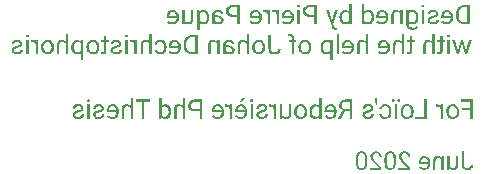
<source format=gbo>
G04 Layer: BottomSilkLayer*
G04 EasyEDA v6.3.53, 2020-06-17T09:28:47+02:00*
G04 2fc62430105348e8968ca0d9d06def79,a119ccecc66d453fa3e160aadb19915c,10*
G04 Gerber Generator version 0.2*
G04 Scale: 100 percent, Rotated: No, Reflected: No *
G04 Dimensions in inches *
G04 leading zeros omitted , absolute positions ,2 integer and 4 decimal *
%FSLAX24Y24*%
%MOIN*%
G90*
G70D02*


%LPD*%

%LPD*%
G36*
G01X18926Y18638D02*
G01X18904Y18638D01*
G01X18894Y18635D01*
G01X18886Y18631D01*
G01X18878Y18625D01*
G01X18873Y18617D01*
G01X18869Y18609D01*
G01X18867Y18601D01*
G01X18867Y18582D01*
G01X18869Y18573D01*
G01X18873Y18566D01*
G01X18878Y18559D01*
G01X18886Y18552D01*
G01X18894Y18548D01*
G01X18904Y18545D01*
G01X18926Y18545D01*
G01X18935Y18548D01*
G01X18944Y18552D01*
G01X18951Y18559D01*
G01X18956Y18566D01*
G01X18960Y18573D01*
G01X18962Y18582D01*
G01X18963Y18592D01*
G01X18962Y18601D01*
G01X18960Y18609D01*
G01X18956Y18617D01*
G01X18951Y18625D01*
G01X18944Y18631D01*
G01X18935Y18635D01*
G01X18926Y18638D01*
G37*

%LPD*%
G36*
G01X23070Y18638D02*
G01X23047Y18638D01*
G01X23038Y18635D01*
G01X23029Y18631D01*
G01X23022Y18625D01*
G01X23017Y18617D01*
G01X23011Y18601D01*
G01X23010Y18592D01*
G01X23011Y18582D01*
G01X23014Y18573D01*
G01X23017Y18566D01*
G01X23022Y18559D01*
G01X23029Y18552D01*
G01X23038Y18548D01*
G01X23047Y18545D01*
G01X23070Y18545D01*
G01X23080Y18548D01*
G01X23088Y18552D01*
G01X23100Y18566D01*
G01X23103Y18573D01*
G01X23106Y18582D01*
G01X23106Y18601D01*
G01X23100Y18617D01*
G01X23094Y18625D01*
G01X23088Y18631D01*
G01X23080Y18635D01*
G01X23070Y18638D01*
G37*

%LPD*%
G36*
G01X16956Y18630D02*
G01X16719Y18630D01*
G01X16670Y18626D01*
G01X16626Y18616D01*
G01X16587Y18599D01*
G01X16555Y18576D01*
G01X16528Y18547D01*
G01X16510Y18513D01*
G01X16498Y18476D01*
G01X16494Y18434D01*
G01X16498Y18390D01*
G01X16509Y18351D01*
G01X16528Y18318D01*
G01X16553Y18291D01*
G01X16586Y18268D01*
G01X16624Y18252D01*
G01X16669Y18243D01*
G01X16719Y18240D01*
G01X16871Y18240D01*
G01X16871Y17990D01*
G01X16956Y17990D01*
G01X16956Y18630D01*
G37*

%LPC*%
G36*
G01X16871Y18559D02*
G01X16714Y18559D01*
G01X16658Y18550D01*
G01X16615Y18525D01*
G01X16589Y18484D01*
G01X16580Y18432D01*
G01X16589Y18380D01*
G01X16615Y18341D01*
G01X16660Y18317D01*
G01X16719Y18309D01*
G01X16871Y18309D01*
G01X16871Y18559D01*
G37*

%LPD*%
G36*
G01X17835Y18458D02*
G01X17769Y18474D01*
G01X17749Y18472D01*
G01X17741Y18470D01*
G01X17734Y18468D01*
G01X17734Y18393D01*
G01X17743Y18394D01*
G01X17753Y18395D01*
G01X17763Y18395D01*
G01X17773Y18396D01*
G01X17810Y18391D01*
G01X17841Y18378D01*
G01X17865Y18357D01*
G01X17882Y18327D01*
G01X17882Y17990D01*
G01X17964Y17990D01*
G01X17964Y18465D01*
G01X17885Y18465D01*
G01X17884Y18411D01*
G01X17835Y18458D01*
G37*

%LPD*%
G36*
G01X18139Y18458D02*
G01X18075Y18474D01*
G01X18063Y18473D01*
G01X18053Y18472D01*
G01X18045Y18470D01*
G01X18039Y18468D01*
G01X18039Y18393D01*
G01X18057Y18395D01*
G01X18068Y18395D01*
G01X18078Y18396D01*
G01X18115Y18391D01*
G01X18146Y18378D01*
G01X18169Y18357D01*
G01X18186Y18327D01*
G01X18186Y17990D01*
G01X18268Y17990D01*
G01X18268Y18465D01*
G01X18189Y18465D01*
G01X18188Y18411D01*
G01X18139Y18458D01*
G37*

%LPD*%
G36*
G01X18956Y18465D02*
G01X18875Y18465D01*
G01X18875Y17990D01*
G01X18956Y17990D01*
G01X18956Y18465D01*
G37*

%LPD*%
G36*
G01X19518Y18630D02*
G01X19282Y18630D01*
G01X19233Y18626D01*
G01X19189Y18616D01*
G01X19150Y18599D01*
G01X19118Y18576D01*
G01X19092Y18547D01*
G01X19073Y18513D01*
G01X19062Y18476D01*
G01X19059Y18434D01*
G01X19062Y18390D01*
G01X19073Y18351D01*
G01X19091Y18318D01*
G01X19117Y18291D01*
G01X19149Y18268D01*
G01X19187Y18252D01*
G01X19232Y18243D01*
G01X19284Y18240D01*
G01X19434Y18240D01*
G01X19434Y17990D01*
G01X19518Y17990D01*
G01X19518Y18630D01*
G37*

%LPC*%
G36*
G01X19434Y18559D02*
G01X19277Y18559D01*
G01X19221Y18550D01*
G01X19178Y18525D01*
G01X19152Y18484D01*
G01X19143Y18432D01*
G01X19152Y18380D01*
G01X19178Y18341D01*
G01X19222Y18317D01*
G01X19282Y18309D01*
G01X19434Y18309D01*
G01X19434Y18559D01*
G37*

%LPD*%
G36*
G01X22203Y18469D02*
G01X22161Y18474D01*
G01X22115Y18469D01*
G01X22077Y18455D01*
G01X22048Y18431D01*
G01X22027Y18398D01*
G01X22014Y18355D01*
G01X22010Y18303D01*
G01X22010Y17990D01*
G01X22090Y17990D01*
G01X22090Y18305D01*
G01X22092Y18328D01*
G01X22097Y18349D01*
G01X22104Y18366D01*
G01X22114Y18380D01*
G01X22128Y18391D01*
G01X22144Y18399D01*
G01X22164Y18403D01*
G01X22186Y18405D01*
G01X22206Y18403D01*
G01X22223Y18399D01*
G01X22240Y18393D01*
G01X22256Y18384D01*
G01X22270Y18372D01*
G01X22282Y18359D01*
G01X22293Y18345D01*
G01X22302Y18328D01*
G01X22302Y17990D01*
G01X22384Y17990D01*
G01X22384Y18465D01*
G01X22306Y18465D01*
G01X22305Y18405D01*
G01X22275Y18435D01*
G01X22241Y18457D01*
G01X22203Y18469D01*
G37*

%LPD*%
G36*
G01X23100Y18465D02*
G01X23018Y18465D01*
G01X23018Y17990D01*
G01X23100Y17990D01*
G01X23100Y18465D01*
G37*

%LPD*%
G36*
G01X24626Y18630D02*
G01X24444Y18630D01*
G01X24404Y18627D01*
G01X24366Y18620D01*
G01X24330Y18609D01*
G01X24297Y18593D01*
G01X24266Y18572D01*
G01X24240Y18548D01*
G01X24217Y18520D01*
G01X24197Y18488D01*
G01X24182Y18452D01*
G01X24171Y18414D01*
G01X24165Y18374D01*
G01X24163Y18330D01*
G01X24163Y18291D01*
G01X24165Y18247D01*
G01X24171Y18205D01*
G01X24182Y18167D01*
G01X24197Y18132D01*
G01X24217Y18100D01*
G01X24240Y18071D01*
G01X24267Y18047D01*
G01X24297Y18027D01*
G01X24331Y18011D01*
G01X24368Y17999D01*
G01X24407Y17992D01*
G01X24448Y17990D01*
G01X24626Y17990D01*
G01X24626Y18630D01*
G37*

%LPC*%
G36*
G01X24540Y18559D02*
G01X24443Y18559D01*
G01X24398Y18556D01*
G01X24359Y18544D01*
G01X24326Y18525D01*
G01X24297Y18499D01*
G01X24275Y18466D01*
G01X24259Y18426D01*
G01X24249Y18381D01*
G01X24246Y18330D01*
G01X24246Y18292D01*
G01X24249Y18239D01*
G01X24259Y18193D01*
G01X24277Y18153D01*
G01X24301Y18120D01*
G01X24330Y18093D01*
G01X24365Y18074D01*
G01X24406Y18062D01*
G01X24452Y18059D01*
G01X24540Y18059D01*
G01X24540Y18559D01*
G37*

%LPD*%
G36*
G01X14775Y18466D02*
G01X14721Y18474D01*
G01X14677Y18470D01*
G01X14638Y18458D01*
G01X14605Y18439D01*
G01X14577Y18413D01*
G01X14554Y18379D01*
G01X14538Y18338D01*
G01X14528Y18291D01*
G01X14525Y18238D01*
G01X14525Y18203D01*
G01X14847Y18203D01*
G01X14836Y18140D01*
G01X14806Y18091D01*
G01X14761Y18058D01*
G01X14706Y18048D01*
G01X14685Y18049D01*
G01X14666Y18052D01*
G01X14648Y18057D01*
G01X14632Y18065D01*
G01X14618Y18074D01*
G01X14605Y18085D01*
G01X14592Y18098D01*
G01X14581Y18111D01*
G01X14531Y18073D01*
G01X14564Y18032D01*
G01X14606Y18003D01*
G01X14654Y17986D01*
G01X14710Y17980D01*
G01X14756Y17984D01*
G01X14798Y17997D01*
G01X14835Y18017D01*
G01X14868Y18045D01*
G01X14894Y18079D01*
G01X14913Y18119D01*
G01X14925Y18164D01*
G01X14928Y18215D01*
G01X14928Y18230D01*
G01X14922Y18296D01*
G01X14902Y18355D01*
G01X14869Y18405D01*
G01X14826Y18443D01*
G01X14775Y18466D01*
G37*

%LPC*%
G36*
G01X14744Y18404D02*
G01X14721Y18407D01*
G01X14696Y18404D01*
G01X14675Y18398D01*
G01X14656Y18387D01*
G01X14639Y18373D01*
G01X14616Y18332D01*
G01X14606Y18277D01*
G01X14606Y18271D01*
G01X14844Y18271D01*
G01X14830Y18328D01*
G01X14803Y18372D01*
G01X14785Y18387D01*
G01X14766Y18398D01*
G01X14744Y18404D01*
G37*

%LPD*%
G36*
G01X15113Y18465D02*
G01X15031Y18465D01*
G01X15031Y17990D01*
G01X15109Y17990D01*
G01X15110Y18036D01*
G01X15137Y18012D01*
G01X15169Y17995D01*
G01X15206Y17984D01*
G01X15250Y17980D01*
G01X15317Y17992D01*
G01X15365Y18025D01*
G01X15396Y18080D01*
G01X15406Y18155D01*
G01X15406Y18465D01*
G01X15325Y18465D01*
G01X15325Y18157D01*
G01X15319Y18110D01*
G01X15302Y18077D01*
G01X15275Y18056D01*
G01X15236Y18050D01*
G01X15194Y18054D01*
G01X15159Y18067D01*
G01X15132Y18089D01*
G01X15113Y18120D01*
G01X15113Y18465D01*
G37*

%LPD*%
G36*
G01X16245Y18472D02*
G01X16219Y18474D01*
G01X16147Y18463D01*
G01X16092Y18432D01*
G01X16056Y18384D01*
G01X16043Y18320D01*
G01X16043Y18101D01*
G01X16039Y18042D01*
G01X16027Y17997D01*
G01X16027Y17990D01*
G01X16111Y17990D01*
G01X16115Y17998D01*
G01X16118Y18009D01*
G01X16120Y18023D01*
G01X16122Y18040D01*
G01X16152Y18014D01*
G01X16185Y17995D01*
G01X16220Y17984D01*
G01X16259Y17980D01*
G01X16322Y17991D01*
G01X16373Y18021D01*
G01X16407Y18066D01*
G01X16418Y18122D01*
G01X16404Y18187D01*
G01X16361Y18236D01*
G01X16331Y18255D01*
G01X16294Y18267D01*
G01X16252Y18275D01*
G01X16203Y18278D01*
G01X16125Y18278D01*
G01X16125Y18316D01*
G01X16126Y18336D01*
G01X16131Y18353D01*
G01X16139Y18370D01*
G01X16150Y18384D01*
G01X16164Y18395D01*
G01X16181Y18402D01*
G01X16201Y18407D01*
G01X16225Y18409D01*
G01X16246Y18407D01*
G01X16265Y18403D01*
G01X16282Y18396D01*
G01X16297Y18386D01*
G01X16311Y18375D01*
G01X16320Y18362D01*
G01X16326Y18349D01*
G01X16327Y18334D01*
G01X16409Y18334D01*
G01X16407Y18351D01*
G01X16402Y18368D01*
G01X16394Y18385D01*
G01X16384Y18402D01*
G01X16370Y18418D01*
G01X16354Y18432D01*
G01X16335Y18444D01*
G01X16314Y18455D01*
G01X16293Y18463D01*
G01X16269Y18469D01*
G01X16245Y18472D01*
G37*

%LPC*%
G36*
G01X16188Y18221D02*
G01X16125Y18221D01*
G01X16125Y18123D01*
G01X16133Y18108D01*
G01X16144Y18094D01*
G01X16158Y18082D01*
G01X16173Y18072D01*
G01X16191Y18063D01*
G01X16209Y18057D01*
G01X16227Y18053D01*
G01X16247Y18052D01*
G01X16265Y18053D01*
G01X16283Y18057D01*
G01X16298Y18063D01*
G01X16311Y18073D01*
G01X16323Y18084D01*
G01X16331Y18099D01*
G01X16336Y18115D01*
G01X16338Y18132D01*
G01X16328Y18171D01*
G01X16300Y18199D01*
G01X16253Y18215D01*
G01X16188Y18221D01*
G37*

%LPD*%
G36*
G01X17535Y18466D02*
G01X17481Y18474D01*
G01X17437Y18470D01*
G01X17398Y18458D01*
G01X17365Y18439D01*
G01X17336Y18413D01*
G01X17314Y18379D01*
G01X17297Y18338D01*
G01X17288Y18291D01*
G01X17285Y18238D01*
G01X17285Y18203D01*
G01X17606Y18203D01*
G01X17595Y18140D01*
G01X17565Y18091D01*
G01X17521Y18058D01*
G01X17465Y18048D01*
G01X17445Y18049D01*
G01X17426Y18052D01*
G01X17408Y18057D01*
G01X17393Y18065D01*
G01X17378Y18074D01*
G01X17364Y18085D01*
G01X17340Y18111D01*
G01X17290Y18073D01*
G01X17324Y18032D01*
G01X17365Y18003D01*
G01X17414Y17986D01*
G01X17471Y17980D01*
G01X17516Y17984D01*
G01X17558Y17997D01*
G01X17595Y18017D01*
G01X17627Y18045D01*
G01X17654Y18079D01*
G01X17673Y18119D01*
G01X17685Y18164D01*
G01X17689Y18215D01*
G01X17689Y18230D01*
G01X17681Y18296D01*
G01X17660Y18355D01*
G01X17628Y18405D01*
G01X17585Y18443D01*
G01X17535Y18466D01*
G37*

%LPC*%
G36*
G01X17504Y18404D02*
G01X17481Y18407D01*
G01X17456Y18404D01*
G01X17435Y18398D01*
G01X17416Y18387D01*
G01X17400Y18373D01*
G01X17376Y18332D01*
G01X17365Y18277D01*
G01X17365Y18271D01*
G01X17605Y18271D01*
G01X17590Y18328D01*
G01X17563Y18372D01*
G01X17545Y18387D01*
G01X17526Y18398D01*
G01X17504Y18404D01*
G37*

%LPD*%
G36*
G01X18612Y18466D02*
G01X18557Y18474D01*
G01X18514Y18470D01*
G01X18475Y18458D01*
G01X18442Y18439D01*
G01X18414Y18413D01*
G01X18391Y18379D01*
G01X18375Y18338D01*
G01X18366Y18291D01*
G01X18363Y18238D01*
G01X18363Y18203D01*
G01X18685Y18203D01*
G01X18673Y18140D01*
G01X18643Y18091D01*
G01X18598Y18058D01*
G01X18543Y18048D01*
G01X18523Y18049D01*
G01X18504Y18052D01*
G01X18486Y18057D01*
G01X18471Y18065D01*
G01X18456Y18074D01*
G01X18442Y18085D01*
G01X18418Y18111D01*
G01X18368Y18073D01*
G01X18402Y18032D01*
G01X18443Y18003D01*
G01X18492Y17986D01*
G01X18547Y17980D01*
G01X18594Y17984D01*
G01X18635Y17997D01*
G01X18672Y18017D01*
G01X18705Y18045D01*
G01X18731Y18079D01*
G01X18750Y18119D01*
G01X18762Y18164D01*
G01X18765Y18215D01*
G01X18765Y18230D01*
G01X18759Y18296D01*
G01X18739Y18355D01*
G01X18706Y18405D01*
G01X18663Y18443D01*
G01X18612Y18466D01*
G37*

%LPC*%
G36*
G01X18581Y18404D02*
G01X18557Y18407D01*
G01X18533Y18404D01*
G01X18512Y18398D01*
G01X18493Y18387D01*
G01X18477Y18373D01*
G01X18453Y18332D01*
G01X18443Y18277D01*
G01X18443Y18271D01*
G01X18681Y18271D01*
G01X18667Y18328D01*
G01X18640Y18372D01*
G01X18622Y18387D01*
G01X18603Y18398D01*
G01X18581Y18404D01*
G37*

%LPD*%
G36*
G01X20680Y18665D02*
G01X20598Y18665D01*
G01X20598Y18413D01*
G01X20572Y18439D01*
G01X20540Y18458D01*
G01X20504Y18470D01*
G01X20463Y18474D01*
G01X20422Y18470D01*
G01X20385Y18457D01*
G01X20354Y18437D01*
G01X20327Y18409D01*
G01X20305Y18373D01*
G01X20290Y18331D01*
G01X20281Y18283D01*
G01X20277Y18230D01*
G01X20277Y18222D01*
G01X20281Y18170D01*
G01X20290Y18123D01*
G01X20306Y18082D01*
G01X20327Y18047D01*
G01X20355Y18018D01*
G01X20386Y17997D01*
G01X20422Y17985D01*
G01X20461Y17980D01*
G01X20504Y17984D01*
G01X20542Y17997D01*
G01X20574Y18017D01*
G01X20602Y18045D01*
G01X20606Y17990D01*
G01X20680Y17990D01*
G01X20680Y18665D01*
G37*

%LPC*%
G36*
G01X20520Y18400D02*
G01X20482Y18405D01*
G01X20430Y18393D01*
G01X20390Y18359D01*
G01X20367Y18305D01*
G01X20359Y18232D01*
G01X20367Y18152D01*
G01X20392Y18095D01*
G01X20430Y18061D01*
G01X20482Y18050D01*
G01X20519Y18054D01*
G01X20551Y18068D01*
G01X20577Y18092D01*
G01X20598Y18125D01*
G01X20598Y18330D01*
G01X20578Y18363D01*
G01X20552Y18386D01*
G01X20520Y18400D01*
G37*

%LPD*%
G36*
G01X21110Y18665D02*
G01X21028Y18665D01*
G01X21028Y17990D01*
G01X21103Y17990D01*
G01X21107Y18041D01*
G01X21134Y18014D01*
G01X21166Y17996D01*
G01X21202Y17984D01*
G01X21243Y17980D01*
G01X21283Y17985D01*
G01X21318Y17998D01*
G01X21350Y18019D01*
G01X21377Y18049D01*
G01X21400Y18085D01*
G01X21417Y18127D01*
G01X21426Y18174D01*
G01X21430Y18226D01*
G01X21430Y18232D01*
G01X21426Y18283D01*
G01X21417Y18330D01*
G01X21401Y18371D01*
G01X21378Y18407D01*
G01X21351Y18436D01*
G01X21318Y18457D01*
G01X21282Y18469D01*
G01X21243Y18474D01*
G01X21203Y18470D01*
G01X21168Y18459D01*
G01X21137Y18442D01*
G01X21110Y18417D01*
G01X21110Y18665D01*
G37*

%LPC*%
G36*
G01X21275Y18393D02*
G01X21222Y18405D01*
G01X21187Y18400D01*
G01X21156Y18388D01*
G01X21131Y18367D01*
G01X21110Y18338D01*
G01X21110Y18120D01*
G01X21131Y18089D01*
G01X21156Y18067D01*
G01X21187Y18054D01*
G01X21222Y18050D01*
G01X21275Y18061D01*
G01X21315Y18096D01*
G01X21340Y18150D01*
G01X21348Y18222D01*
G01X21340Y18301D01*
G01X21315Y18359D01*
G01X21275Y18393D01*
G37*

%LPD*%
G36*
G01X21755Y18466D02*
G01X21700Y18474D01*
G01X21656Y18470D01*
G01X21618Y18458D01*
G01X21584Y18439D01*
G01X21556Y18413D01*
G01X21533Y18379D01*
G01X21517Y18338D01*
G01X21508Y18291D01*
G01X21505Y18238D01*
G01X21505Y18203D01*
G01X21827Y18203D01*
G01X21815Y18140D01*
G01X21785Y18091D01*
G01X21740Y18058D01*
G01X21685Y18048D01*
G01X21665Y18049D01*
G01X21646Y18052D01*
G01X21628Y18057D01*
G01X21613Y18065D01*
G01X21598Y18074D01*
G01X21585Y18085D01*
G01X21572Y18098D01*
G01X21560Y18111D01*
G01X21510Y18073D01*
G01X21544Y18032D01*
G01X21585Y18003D01*
G01X21634Y17986D01*
G01X21689Y17980D01*
G01X21736Y17984D01*
G01X21777Y17997D01*
G01X21815Y18017D01*
G01X21847Y18045D01*
G01X21874Y18079D01*
G01X21893Y18119D01*
G01X21904Y18164D01*
G01X21907Y18215D01*
G01X21907Y18230D01*
G01X21901Y18296D01*
G01X21881Y18355D01*
G01X21848Y18405D01*
G01X21806Y18443D01*
G01X21755Y18466D01*
G37*

%LPC*%
G36*
G01X21723Y18404D02*
G01X21700Y18407D01*
G01X21675Y18404D01*
G01X21654Y18398D01*
G01X21635Y18387D01*
G01X21618Y18373D01*
G01X21596Y18332D01*
G01X21585Y18277D01*
G01X21585Y18271D01*
G01X21823Y18271D01*
G01X21809Y18328D01*
G01X21782Y18372D01*
G01X21765Y18387D01*
G01X21745Y18398D01*
G01X21723Y18404D01*
G37*

%LPD*%
G36*
G01X23469Y18463D02*
G01X23398Y18474D01*
G01X23325Y18463D01*
G01X23268Y18432D01*
G01X23230Y18385D01*
G01X23218Y18326D01*
G01X23298Y18326D01*
G01X23300Y18342D01*
G01X23306Y18356D01*
G01X23315Y18370D01*
G01X23327Y18382D01*
G01X23343Y18393D01*
G01X23359Y18401D01*
G01X23378Y18405D01*
G01X23398Y18407D01*
G01X23420Y18405D01*
G01X23439Y18402D01*
G01X23455Y18396D01*
G01X23468Y18388D01*
G01X23480Y18377D01*
G01X23487Y18366D01*
G01X23492Y18352D01*
G01X23493Y18338D01*
G01X23492Y18324D01*
G01X23488Y18311D01*
G01X23480Y18301D01*
G01X23469Y18293D01*
G01X23456Y18285D01*
G01X23437Y18278D01*
G01X23414Y18271D01*
G01X23385Y18265D01*
G01X23331Y18249D01*
G01X23288Y18232D01*
G01X23270Y18222D01*
G01X23255Y18211D01*
G01X23242Y18199D01*
G01X23231Y18186D01*
G01X23223Y18172D01*
G01X23217Y18157D01*
G01X23214Y18140D01*
G01X23213Y18122D01*
G01X23225Y18064D01*
G01X23264Y18020D01*
G01X23322Y17990D01*
G01X23397Y17980D01*
G01X23450Y17986D01*
G01X23497Y18001D01*
G01X23518Y18012D01*
G01X23536Y18025D01*
G01X23552Y18041D01*
G01X23565Y18057D01*
G01X23577Y18076D01*
G01X23584Y18095D01*
G01X23589Y18115D01*
G01X23590Y18136D01*
G01X23510Y18136D01*
G01X23507Y18116D01*
G01X23500Y18099D01*
G01X23490Y18084D01*
G01X23477Y18072D01*
G01X23460Y18061D01*
G01X23442Y18053D01*
G01X23420Y18049D01*
G01X23397Y18048D01*
G01X23374Y18049D01*
G01X23355Y18052D01*
G01X23337Y18058D01*
G01X23322Y18066D01*
G01X23310Y18076D01*
G01X23302Y18088D01*
G01X23296Y18101D01*
G01X23294Y18116D01*
G01X23296Y18131D01*
G01X23301Y18145D01*
G01X23308Y18157D01*
G01X23318Y18167D01*
G01X23333Y18176D01*
G01X23353Y18184D01*
G01X23377Y18192D01*
G01X23406Y18199D01*
G01X23461Y18213D01*
G01X23503Y18230D01*
G01X23520Y18239D01*
G01X23535Y18250D01*
G01X23547Y18261D01*
G01X23557Y18274D01*
G01X23565Y18287D01*
G01X23570Y18302D01*
G01X23573Y18318D01*
G01X23575Y18334D01*
G01X23562Y18388D01*
G01X23526Y18434D01*
G01X23469Y18463D01*
G37*

%LPD*%
G36*
G01X23915Y18466D02*
G01X23860Y18474D01*
G01X23817Y18470D01*
G01X23778Y18458D01*
G01X23745Y18439D01*
G01X23717Y18413D01*
G01X23694Y18379D01*
G01X23678Y18338D01*
G01X23669Y18291D01*
G01X23665Y18238D01*
G01X23665Y18203D01*
G01X23988Y18203D01*
G01X23976Y18140D01*
G01X23947Y18091D01*
G01X23902Y18058D01*
G01X23847Y18048D01*
G01X23826Y18049D01*
G01X23807Y18052D01*
G01X23789Y18057D01*
G01X23773Y18065D01*
G01X23759Y18074D01*
G01X23745Y18085D01*
G01X23732Y18098D01*
G01X23721Y18111D01*
G01X23672Y18073D01*
G01X23705Y18032D01*
G01X23746Y18003D01*
G01X23794Y17986D01*
G01X23851Y17980D01*
G01X23897Y17984D01*
G01X23938Y17997D01*
G01X23975Y18017D01*
G01X24007Y18045D01*
G01X24034Y18079D01*
G01X24053Y18119D01*
G01X24065Y18164D01*
G01X24068Y18215D01*
G01X24068Y18230D01*
G01X24062Y18296D01*
G01X24042Y18355D01*
G01X24009Y18405D01*
G01X23965Y18443D01*
G01X23915Y18466D01*
G37*

%LPC*%
G36*
G01X23884Y18404D02*
G01X23860Y18407D01*
G01X23836Y18404D01*
G01X23815Y18398D01*
G01X23796Y18387D01*
G01X23780Y18373D01*
G01X23756Y18332D01*
G01X23747Y18277D01*
G01X23747Y18271D01*
G01X23985Y18271D01*
G01X23970Y18328D01*
G01X23943Y18372D01*
G01X23926Y18387D01*
G01X23906Y18398D01*
G01X23884Y18404D01*
G37*

%LPD*%
G36*
G01X15787Y18470D02*
G01X15746Y18474D01*
G01X15706Y18470D01*
G01X15670Y18459D01*
G01X15639Y18442D01*
G01X15613Y18418D01*
G01X15609Y18465D01*
G01X15535Y18465D01*
G01X15535Y17807D01*
G01X15615Y17807D01*
G01X15615Y18034D01*
G01X15642Y18010D01*
G01X15673Y17994D01*
G01X15707Y17984D01*
G01X15747Y17980D01*
G01X15787Y17985D01*
G01X15824Y17997D01*
G01X15856Y18018D01*
G01X15884Y18048D01*
G01X15906Y18084D01*
G01X15922Y18126D01*
G01X15932Y18173D01*
G01X15935Y18226D01*
G01X15935Y18232D01*
G01X15932Y18284D01*
G01X15922Y18332D01*
G01X15906Y18373D01*
G01X15884Y18409D01*
G01X15856Y18437D01*
G01X15823Y18457D01*
G01X15787Y18470D01*
G37*

%LPC*%
G36*
G01X15778Y18395D02*
G01X15726Y18407D01*
G01X15663Y18391D01*
G01X15615Y18345D01*
G01X15615Y18111D01*
G01X15662Y18063D01*
G01X15727Y18048D01*
G01X15779Y18059D01*
G01X15819Y18094D01*
G01X15845Y18149D01*
G01X15853Y18222D01*
G01X15851Y18265D01*
G01X15845Y18302D01*
G01X15834Y18334D01*
G01X15819Y18361D01*
G01X15778Y18395D01*
G37*

%LPD*%
G36*
G01X22761Y18470D02*
G01X22721Y18474D01*
G01X22679Y18470D01*
G01X22643Y18458D01*
G01X22611Y18439D01*
G01X22585Y18413D01*
G01X22581Y18465D01*
G01X22506Y18465D01*
G01X22506Y18001D01*
G01X22510Y17957D01*
G01X22520Y17918D01*
G01X22537Y17884D01*
G01X22560Y17855D01*
G01X22590Y17832D01*
G01X22625Y17816D01*
G01X22664Y17806D01*
G01X22707Y17803D01*
G01X22759Y17808D01*
G01X22809Y17825D01*
G01X22831Y17836D01*
G01X22852Y17851D01*
G01X22869Y17867D01*
G01X22884Y17884D01*
G01X22842Y17934D01*
G01X22814Y17905D01*
G01X22784Y17885D01*
G01X22750Y17873D01*
G01X22714Y17869D01*
G01X22661Y17877D01*
G01X22622Y17903D01*
G01X22596Y17943D01*
G01X22588Y17997D01*
G01X22588Y18036D01*
G01X22614Y18012D01*
G01X22646Y17995D01*
G01X22681Y17984D01*
G01X22722Y17980D01*
G01X22761Y17985D01*
G01X22797Y17997D01*
G01X22828Y18018D01*
G01X22856Y18048D01*
G01X22879Y18084D01*
G01X22895Y18128D01*
G01X22904Y18177D01*
G01X22907Y18232D01*
G01X22904Y18284D01*
G01X22895Y18331D01*
G01X22879Y18373D01*
G01X22856Y18409D01*
G01X22829Y18437D01*
G01X22797Y18457D01*
G01X22761Y18470D01*
G37*

%LPC*%
G36*
G01X22753Y18393D02*
G01X22700Y18405D01*
G01X22665Y18400D01*
G01X22635Y18388D01*
G01X22609Y18366D01*
G01X22588Y18336D01*
G01X22588Y18120D01*
G01X22608Y18089D01*
G01X22634Y18067D01*
G01X22664Y18054D01*
G01X22701Y18050D01*
G01X22754Y18061D01*
G01X22793Y18096D01*
G01X22818Y18150D01*
G01X22827Y18222D01*
G01X22818Y18301D01*
G01X22793Y18359D01*
G01X22753Y18393D01*
G37*

%LPD*%
G36*
G01X19914Y18465D02*
G01X19827Y18465D01*
G01X20018Y17917D01*
G01X20043Y17865D01*
G01X20075Y17827D01*
G01X20113Y17805D01*
G01X20159Y17798D01*
G01X20175Y17799D01*
G01X20205Y17805D01*
G01X20205Y17871D01*
G01X20182Y17869D01*
G01X20163Y17870D01*
G01X20146Y17873D01*
G01X20131Y17878D01*
G01X20118Y17886D01*
G01X20106Y17896D01*
G01X20097Y17909D01*
G01X20088Y17926D01*
G01X20080Y17947D01*
G01X20061Y17995D01*
G01X20231Y18465D01*
G01X20143Y18465D01*
G01X20025Y18109D01*
G01X19914Y18465D01*
G37*

%LPD*%
G36*
G01X9885Y17638D02*
G01X9862Y17638D01*
G01X9852Y17635D01*
G01X9844Y17631D01*
G01X9838Y17625D01*
G01X9832Y17617D01*
G01X9828Y17609D01*
G01X9826Y17601D01*
G01X9826Y17582D01*
G01X9828Y17573D01*
G01X9832Y17566D01*
G01X9844Y17552D01*
G01X9852Y17548D01*
G01X9862Y17545D01*
G01X9885Y17545D01*
G01X9894Y17548D01*
G01X9903Y17552D01*
G01X9910Y17559D01*
G01X9915Y17566D01*
G01X9918Y17573D01*
G01X9921Y17582D01*
G01X9922Y17592D01*
G01X9921Y17601D01*
G01X9915Y17617D01*
G01X9910Y17625D01*
G01X9903Y17631D01*
G01X9894Y17635D01*
G01X9885Y17638D01*
G37*

%LPD*%
G36*
G01X13184Y17638D02*
G01X13162Y17638D01*
G01X13152Y17635D01*
G01X13144Y17631D01*
G01X13138Y17625D01*
G01X13132Y17617D01*
G01X13128Y17609D01*
G01X13125Y17601D01*
G01X13125Y17582D01*
G01X13128Y17573D01*
G01X13132Y17566D01*
G01X13144Y17552D01*
G01X13152Y17548D01*
G01X13162Y17545D01*
G01X13184Y17545D01*
G01X13194Y17548D01*
G01X13202Y17552D01*
G01X13209Y17559D01*
G01X13214Y17566D01*
G01X13218Y17573D01*
G01X13220Y17582D01*
G01X13221Y17592D01*
G01X13220Y17601D01*
G01X13218Y17609D01*
G01X13214Y17617D01*
G01X13209Y17625D01*
G01X13202Y17631D01*
G01X13194Y17635D01*
G01X13184Y17638D01*
G37*

%LPD*%
G36*
G01X23925Y17638D02*
G01X23902Y17638D01*
G01X23893Y17635D01*
G01X23884Y17631D01*
G01X23877Y17625D01*
G01X23872Y17617D01*
G01X23868Y17609D01*
G01X23865Y17601D01*
G01X23864Y17592D01*
G01X23865Y17582D01*
G01X23868Y17573D01*
G01X23872Y17566D01*
G01X23877Y17559D01*
G01X23884Y17552D01*
G01X23893Y17548D01*
G01X23902Y17545D01*
G01X23925Y17545D01*
G01X23935Y17548D01*
G01X23943Y17552D01*
G01X23950Y17559D01*
G01X23955Y17566D01*
G01X23959Y17573D01*
G01X23961Y17582D01*
G01X23961Y17601D01*
G01X23959Y17609D01*
G01X23955Y17617D01*
G01X23950Y17625D01*
G01X23943Y17631D01*
G01X23935Y17635D01*
G01X23925Y17638D01*
G37*

%LPD*%
G36*
G01X9914Y17465D02*
G01X9834Y17465D01*
G01X9834Y16990D01*
G01X9914Y16990D01*
G01X9914Y17465D01*
G37*

%LPD*%
G36*
G01X10098Y17458D02*
G01X10032Y17474D01*
G01X10012Y17472D01*
G01X10004Y17470D01*
G01X9997Y17468D01*
G01X9997Y17393D01*
G01X10006Y17394D01*
G01X10016Y17395D01*
G01X10026Y17395D01*
G01X10036Y17396D01*
G01X10073Y17391D01*
G01X10104Y17378D01*
G01X10128Y17357D01*
G01X10146Y17327D01*
G01X10146Y16990D01*
G01X10227Y16990D01*
G01X10227Y17465D01*
G01X10147Y17465D01*
G01X10147Y17411D01*
G01X10098Y17458D01*
G37*

%LPD*%
G36*
G01X11235Y17665D02*
G01X11155Y17665D01*
G01X11155Y17407D01*
G01X11126Y17436D01*
G01X11092Y17457D01*
G01X11055Y17469D01*
G01X11014Y17474D01*
G01X10967Y17469D01*
G01X10930Y17455D01*
G01X10900Y17431D01*
G01X10879Y17398D01*
G01X10866Y17355D01*
G01X10861Y17303D01*
G01X10861Y16990D01*
G01X10943Y16990D01*
G01X10943Y17305D01*
G01X10944Y17328D01*
G01X10949Y17349D01*
G01X10956Y17366D01*
G01X10967Y17380D01*
G01X10980Y17391D01*
G01X10996Y17399D01*
G01X11016Y17403D01*
G01X11039Y17405D01*
G01X11057Y17403D01*
G01X11075Y17399D01*
G01X11092Y17393D01*
G01X11107Y17384D01*
G01X11122Y17372D01*
G01X11134Y17359D01*
G01X11145Y17345D01*
G01X11155Y17328D01*
G01X11155Y16990D01*
G01X11235Y16990D01*
G01X11235Y17665D01*
G37*

%LPD*%
G36*
G01X13214Y17465D02*
G01X13134Y17465D01*
G01X13134Y16990D01*
G01X13214Y16990D01*
G01X13214Y17465D01*
G37*

%LPD*%
G36*
G01X13397Y17458D02*
G01X13332Y17474D01*
G01X13321Y17473D01*
G01X13311Y17472D01*
G01X13303Y17470D01*
G01X13297Y17468D01*
G01X13297Y17393D01*
G01X13315Y17395D01*
G01X13326Y17395D01*
G01X13336Y17396D01*
G01X13373Y17391D01*
G01X13403Y17378D01*
G01X13427Y17357D01*
G01X13444Y17327D01*
G01X13444Y16990D01*
G01X13526Y16990D01*
G01X13526Y17465D01*
G01X13447Y17465D01*
G01X13446Y17411D01*
G01X13397Y17458D01*
G37*

%LPD*%
G36*
G01X14022Y17665D02*
G01X13940Y17665D01*
G01X13940Y17407D01*
G01X13911Y17436D01*
G01X13878Y17457D01*
G01X13841Y17469D01*
G01X13800Y17474D01*
G01X13754Y17469D01*
G01X13716Y17455D01*
G01X13686Y17431D01*
G01X13665Y17398D01*
G01X13652Y17355D01*
G01X13647Y17303D01*
G01X13647Y16990D01*
G01X13728Y16990D01*
G01X13728Y17305D01*
G01X13730Y17328D01*
G01X13735Y17349D01*
G01X13742Y17366D01*
G01X13752Y17380D01*
G01X13766Y17391D01*
G01X13782Y17399D01*
G01X13802Y17403D01*
G01X13825Y17405D01*
G01X13843Y17403D01*
G01X13861Y17399D01*
G01X13878Y17393D01*
G01X13893Y17384D01*
G01X13908Y17372D01*
G01X13920Y17359D01*
G01X13931Y17345D01*
G01X13940Y17328D01*
G01X13940Y16990D01*
G01X14022Y16990D01*
G01X14022Y17665D01*
G37*

%LPD*%
G36*
G01X15547Y17630D02*
G01X15367Y17630D01*
G01X15326Y17627D01*
G01X15288Y17620D01*
G01X15252Y17609D01*
G01X15218Y17593D01*
G01X15188Y17572D01*
G01X15162Y17548D01*
G01X15139Y17520D01*
G01X15119Y17488D01*
G01X15104Y17452D01*
G01X15093Y17414D01*
G01X15087Y17374D01*
G01X15085Y17330D01*
G01X15085Y17291D01*
G01X15087Y17247D01*
G01X15093Y17205D01*
G01X15104Y17167D01*
G01X15119Y17132D01*
G01X15139Y17100D01*
G01X15162Y17071D01*
G01X15188Y17047D01*
G01X15218Y17027D01*
G01X15252Y17011D01*
G01X15289Y16999D01*
G01X15328Y16992D01*
G01X15369Y16990D01*
G01X15547Y16990D01*
G01X15547Y17630D01*
G37*

%LPC*%
G36*
G01X15463Y17559D02*
G01X15364Y17559D01*
G01X15320Y17556D01*
G01X15281Y17544D01*
G01X15247Y17525D01*
G01X15218Y17499D01*
G01X15196Y17466D01*
G01X15180Y17426D01*
G01X15171Y17381D01*
G01X15168Y17330D01*
G01X15168Y17292D01*
G01X15171Y17239D01*
G01X15181Y17193D01*
G01X15198Y17153D01*
G01X15222Y17120D01*
G01X15252Y17093D01*
G01X15287Y17074D01*
G01X15328Y17062D01*
G01X15373Y17059D01*
G01X15463Y17059D01*
G01X15463Y17559D01*
G37*

%LPD*%
G36*
G01X16099Y17469D02*
G01X16057Y17474D01*
G01X16011Y17469D01*
G01X15973Y17455D01*
G01X15944Y17431D01*
G01X15923Y17398D01*
G01X15910Y17355D01*
G01X15906Y17303D01*
G01X15906Y16990D01*
G01X15986Y16990D01*
G01X15986Y17305D01*
G01X15988Y17328D01*
G01X15992Y17349D01*
G01X16000Y17366D01*
G01X16010Y17380D01*
G01X16023Y17391D01*
G01X16039Y17399D01*
G01X16059Y17403D01*
G01X16081Y17405D01*
G01X16101Y17403D01*
G01X16119Y17399D01*
G01X16136Y17393D01*
G01X16152Y17384D01*
G01X16166Y17372D01*
G01X16178Y17359D01*
G01X16189Y17345D01*
G01X16197Y17328D01*
G01X16197Y16990D01*
G01X16280Y16990D01*
G01X16280Y17465D01*
G01X16202Y17465D01*
G01X16200Y17405D01*
G01X16170Y17435D01*
G01X16137Y17457D01*
G01X16099Y17469D01*
G37*

%LPD*%
G36*
G01X17264Y17665D02*
G01X17184Y17665D01*
G01X17184Y17407D01*
G01X17155Y17436D01*
G01X17121Y17457D01*
G01X17084Y17469D01*
G01X17043Y17474D01*
G01X16996Y17469D01*
G01X16959Y17455D01*
G01X16929Y17431D01*
G01X16908Y17398D01*
G01X16895Y17355D01*
G01X16890Y17303D01*
G01X16890Y16990D01*
G01X16972Y16990D01*
G01X16972Y17305D01*
G01X16973Y17328D01*
G01X16978Y17349D01*
G01X16985Y17366D01*
G01X16996Y17380D01*
G01X17009Y17391D01*
G01X17025Y17399D01*
G01X17045Y17403D01*
G01X17068Y17405D01*
G01X17086Y17403D01*
G01X17104Y17399D01*
G01X17121Y17393D01*
G01X17136Y17384D01*
G01X17151Y17372D01*
G01X17163Y17359D01*
G01X17174Y17345D01*
G01X17184Y17328D01*
G01X17184Y16990D01*
G01X17264Y16990D01*
G01X17264Y17665D01*
G37*

%LPD*%
G36*
G01X18679Y17663D02*
G01X18614Y17674D01*
G01X18599Y17673D01*
G01X18585Y17672D01*
G01X18571Y17670D01*
G01X18557Y17667D01*
G01X18561Y17601D01*
G01X18594Y17604D01*
G01X18606Y17605D01*
G01X18624Y17603D01*
G01X18641Y17599D01*
G01X18655Y17592D01*
G01X18667Y17582D01*
G01X18676Y17569D01*
G01X18683Y17553D01*
G01X18687Y17536D01*
G01X18689Y17516D01*
G01X18689Y17465D01*
G01X18586Y17465D01*
G01X18586Y17403D01*
G01X18689Y17403D01*
G01X18689Y16990D01*
G01X18769Y16990D01*
G01X18769Y17403D01*
G01X18844Y17403D01*
G01X18844Y17465D01*
G01X18769Y17465D01*
G01X18769Y17513D01*
G01X18759Y17582D01*
G01X18728Y17632D01*
G01X18679Y17663D01*
G37*

%LPD*%
G36*
G01X20261Y17665D02*
G01X20181Y17665D01*
G01X20181Y16990D01*
G01X20261Y16990D01*
G01X20261Y17665D01*
G37*

%LPD*%
G36*
G01X21242Y17665D02*
G01X21160Y17665D01*
G01X21160Y17407D01*
G01X21131Y17436D01*
G01X21098Y17457D01*
G01X21061Y17469D01*
G01X21019Y17474D01*
G01X20973Y17469D01*
G01X20935Y17455D01*
G01X20906Y17431D01*
G01X20885Y17398D01*
G01X20872Y17355D01*
G01X20868Y17303D01*
G01X20868Y16990D01*
G01X20948Y16990D01*
G01X20948Y17305D01*
G01X20950Y17328D01*
G01X20955Y17349D01*
G01X20962Y17366D01*
G01X20972Y17380D01*
G01X20986Y17391D01*
G01X21002Y17399D01*
G01X21022Y17403D01*
G01X21044Y17405D01*
G01X21064Y17403D01*
G01X21081Y17399D01*
G01X21098Y17393D01*
G01X21114Y17384D01*
G01X21128Y17372D01*
G01X21140Y17359D01*
G01X21151Y17345D01*
G01X21160Y17328D01*
G01X21160Y16990D01*
G01X21242Y16990D01*
G01X21242Y17665D01*
G37*

%LPD*%
G36*
G01X22436Y17665D02*
G01X22356Y17665D01*
G01X22356Y17407D01*
G01X22327Y17436D01*
G01X22293Y17457D01*
G01X22256Y17469D01*
G01X22214Y17474D01*
G01X22169Y17469D01*
G01X22131Y17455D01*
G01X22102Y17431D01*
G01X22080Y17398D01*
G01X22067Y17355D01*
G01X22063Y17303D01*
G01X22063Y16990D01*
G01X22144Y16990D01*
G01X22144Y17305D01*
G01X22146Y17328D01*
G01X22150Y17349D01*
G01X22157Y17366D01*
G01X22168Y17380D01*
G01X22181Y17391D01*
G01X22197Y17399D01*
G01X22217Y17403D01*
G01X22239Y17405D01*
G01X22259Y17403D01*
G01X22276Y17399D01*
G01X22293Y17393D01*
G01X22309Y17384D01*
G01X22323Y17372D01*
G01X22335Y17359D01*
G01X22346Y17345D01*
G01X22356Y17328D01*
G01X22356Y16990D01*
G01X22436Y16990D01*
G01X22436Y17665D01*
G37*

%LPD*%
G36*
G01X23450Y17665D02*
G01X23368Y17665D01*
G01X23368Y17407D01*
G01X23339Y17436D01*
G01X23306Y17457D01*
G01X23268Y17469D01*
G01X23227Y17474D01*
G01X23181Y17469D01*
G01X23143Y17455D01*
G01X23114Y17431D01*
G01X23093Y17398D01*
G01X23080Y17355D01*
G01X23076Y17303D01*
G01X23076Y16990D01*
G01X23156Y16990D01*
G01X23156Y17305D01*
G01X23158Y17328D01*
G01X23163Y17349D01*
G01X23170Y17366D01*
G01X23181Y17380D01*
G01X23193Y17391D01*
G01X23210Y17399D01*
G01X23229Y17403D01*
G01X23252Y17405D01*
G01X23271Y17403D01*
G01X23289Y17399D01*
G01X23306Y17393D01*
G01X23322Y17384D01*
G01X23336Y17372D01*
G01X23348Y17359D01*
G01X23359Y17345D01*
G01X23368Y17328D01*
G01X23368Y16990D01*
G01X23450Y16990D01*
G01X23450Y17665D01*
G37*

%LPD*%
G36*
G01X23955Y17465D02*
G01X23873Y17465D01*
G01X23873Y16990D01*
G01X23955Y16990D01*
G01X23955Y17465D01*
G37*

%LPD*%
G36*
G01X24126Y17465D02*
G01X24044Y17465D01*
G01X24182Y16990D01*
G01X24248Y16990D01*
G01X24364Y17350D01*
G01X24477Y16990D01*
G01X24543Y16990D01*
G01X24681Y17465D01*
G01X24600Y17465D01*
G01X24506Y17109D01*
G01X24396Y17465D01*
G01X24330Y17465D01*
G01X24217Y17102D01*
G01X24126Y17465D01*
G37*

%LPD*%
G36*
G01X9602Y17463D02*
G01X9531Y17474D01*
G01X9458Y17463D01*
G01X9401Y17432D01*
G01X9362Y17385D01*
G01X9350Y17326D01*
G01X9431Y17326D01*
G01X9433Y17342D01*
G01X9439Y17356D01*
G01X9447Y17370D01*
G01X9460Y17382D01*
G01X9475Y17393D01*
G01X9492Y17401D01*
G01X9511Y17405D01*
G01X9531Y17407D01*
G01X9552Y17405D01*
G01X9571Y17402D01*
G01X9587Y17396D01*
G01X9601Y17388D01*
G01X9611Y17377D01*
G01X9619Y17366D01*
G01X9624Y17352D01*
G01X9626Y17338D01*
G01X9624Y17324D01*
G01X9620Y17311D01*
G01X9613Y17301D01*
G01X9602Y17293D01*
G01X9589Y17285D01*
G01X9570Y17278D01*
G01X9547Y17271D01*
G01X9518Y17265D01*
G01X9463Y17249D01*
G01X9419Y17232D01*
G01X9402Y17222D01*
G01X9386Y17211D01*
G01X9374Y17199D01*
G01X9364Y17186D01*
G01X9356Y17172D01*
G01X9350Y17157D01*
G01X9347Y17140D01*
G01X9346Y17122D01*
G01X9358Y17064D01*
G01X9397Y17020D01*
G01X9455Y16990D01*
G01X9528Y16980D01*
G01X9582Y16986D01*
G01X9630Y17001D01*
G01X9650Y17012D01*
G01X9669Y17025D01*
G01X9685Y17041D01*
G01X9698Y17057D01*
G01X9710Y17076D01*
G01X9717Y17095D01*
G01X9722Y17115D01*
G01X9723Y17136D01*
G01X9643Y17136D01*
G01X9639Y17116D01*
G01X9633Y17099D01*
G01X9623Y17084D01*
G01X9610Y17072D01*
G01X9593Y17061D01*
G01X9574Y17053D01*
G01X9552Y17049D01*
G01X9528Y17048D01*
G01X9507Y17049D01*
G01X9487Y17052D01*
G01X9470Y17058D01*
G01X9455Y17066D01*
G01X9442Y17076D01*
G01X9434Y17088D01*
G01X9428Y17101D01*
G01X9427Y17116D01*
G01X9428Y17131D01*
G01X9433Y17145D01*
G01X9440Y17157D01*
G01X9452Y17167D01*
G01X9466Y17176D01*
G01X9486Y17184D01*
G01X9510Y17192D01*
G01X9539Y17199D01*
G01X9593Y17213D01*
G01X9636Y17230D01*
G01X9653Y17239D01*
G01X9668Y17250D01*
G01X9680Y17261D01*
G01X9689Y17274D01*
G01X9697Y17287D01*
G01X9703Y17302D01*
G01X9706Y17318D01*
G01X9707Y17334D01*
G01X9695Y17388D01*
G01X9657Y17434D01*
G01X9602Y17463D01*
G37*

%LPD*%
G36*
G01X10605Y17466D02*
G01X10546Y17474D01*
G01X10499Y17469D01*
G01X10458Y17457D01*
G01X10421Y17436D01*
G01X10389Y17407D01*
G01X10362Y17370D01*
G01X10343Y17328D01*
G01X10332Y17281D01*
G01X10328Y17228D01*
G01X10328Y17222D01*
G01X10335Y17156D01*
G01X10356Y17098D01*
G01X10388Y17049D01*
G01X10431Y17011D01*
G01X10484Y16988D01*
G01X10544Y16980D01*
G01X10591Y16985D01*
G01X10632Y16997D01*
G01X10669Y17018D01*
G01X10702Y17048D01*
G01X10728Y17084D01*
G01X10747Y17126D01*
G01X10758Y17173D01*
G01X10761Y17226D01*
G01X10761Y17232D01*
G01X10755Y17298D01*
G01X10734Y17357D01*
G01X10701Y17407D01*
G01X10657Y17444D01*
G01X10605Y17466D01*
G37*

%LPC*%
G36*
G01X10600Y17395D02*
G01X10546Y17407D01*
G01X10490Y17395D01*
G01X10447Y17359D01*
G01X10419Y17302D01*
G01X10410Y17232D01*
G01X10419Y17154D01*
G01X10447Y17096D01*
G01X10489Y17059D01*
G01X10544Y17048D01*
G01X10600Y17059D01*
G01X10643Y17095D01*
G01X10670Y17150D01*
G01X10680Y17222D01*
G01X10677Y17264D01*
G01X10670Y17301D01*
G01X10659Y17333D01*
G01X10643Y17359D01*
G01X10600Y17395D01*
G37*

%LPD*%
G36*
G01X12119Y17466D02*
G01X12060Y17474D01*
G01X12013Y17469D01*
G01X11972Y17457D01*
G01X11935Y17436D01*
G01X11902Y17407D01*
G01X11876Y17370D01*
G01X11857Y17328D01*
G01X11846Y17281D01*
G01X11843Y17228D01*
G01X11843Y17222D01*
G01X11849Y17156D01*
G01X11869Y17098D01*
G01X11902Y17049D01*
G01X11946Y17011D01*
G01X11998Y16988D01*
G01X12059Y16980D01*
G01X12105Y16985D01*
G01X12146Y16997D01*
G01X12183Y17018D01*
G01X12215Y17048D01*
G01X12242Y17084D01*
G01X12260Y17126D01*
G01X12272Y17173D01*
G01X12276Y17226D01*
G01X12276Y17232D01*
G01X12268Y17298D01*
G01X12247Y17357D01*
G01X12215Y17407D01*
G01X12172Y17444D01*
G01X12119Y17466D01*
G37*

%LPC*%
G36*
G01X12114Y17395D02*
G01X12060Y17407D01*
G01X12004Y17395D01*
G01X11960Y17359D01*
G01X11933Y17302D01*
G01X11923Y17232D01*
G01X11933Y17154D01*
G01X11960Y17096D01*
G01X12003Y17059D01*
G01X12059Y17048D01*
G01X12114Y17059D01*
G01X12156Y17095D01*
G01X12184Y17150D01*
G01X12193Y17222D01*
G01X12191Y17264D01*
G01X12184Y17301D01*
G01X12173Y17333D01*
G01X12156Y17359D01*
G01X12114Y17395D01*
G37*

%LPD*%
G36*
G01X12510Y17580D02*
G01X12428Y17580D01*
G01X12428Y17465D01*
G01X12339Y17465D01*
G01X12339Y17403D01*
G01X12428Y17403D01*
G01X12428Y17094D01*
G01X12426Y17082D01*
G01X12422Y17073D01*
G01X12417Y17065D01*
G01X12410Y17058D01*
G01X12401Y17054D01*
G01X12389Y17051D01*
G01X12369Y17051D01*
G01X12360Y17052D01*
G01X12349Y17053D01*
G01X12338Y17055D01*
G01X12338Y16990D01*
G01X12353Y16986D01*
G01X12369Y16983D01*
G01X12385Y16981D01*
G01X12401Y16980D01*
G01X12426Y16982D01*
G01X12448Y16989D01*
G01X12467Y16999D01*
G01X12482Y17013D01*
G01X12503Y17053D01*
G01X12510Y17107D01*
G01X12510Y17403D01*
G01X12597Y17403D01*
G01X12597Y17465D01*
G01X12510Y17465D01*
G01X12510Y17580D01*
G37*

%LPD*%
G36*
G01X12901Y17463D02*
G01X12831Y17474D01*
G01X12757Y17463D01*
G01X12700Y17432D01*
G01X12662Y17385D01*
G01X12650Y17326D01*
G01X12731Y17326D01*
G01X12732Y17342D01*
G01X12738Y17356D01*
G01X12747Y17370D01*
G01X12760Y17382D01*
G01X12775Y17393D01*
G01X12791Y17401D01*
G01X12810Y17405D01*
G01X12831Y17407D01*
G01X12852Y17405D01*
G01X12871Y17402D01*
G01X12887Y17396D01*
G01X12901Y17388D01*
G01X12911Y17377D01*
G01X12919Y17366D01*
G01X12924Y17352D01*
G01X12926Y17338D01*
G01X12924Y17324D01*
G01X12919Y17311D01*
G01X12912Y17301D01*
G01X12902Y17293D01*
G01X12888Y17285D01*
G01X12869Y17278D01*
G01X12846Y17271D01*
G01X12818Y17265D01*
G01X12763Y17249D01*
G01X12719Y17232D01*
G01X12702Y17222D01*
G01X12686Y17211D01*
G01X12674Y17199D01*
G01X12664Y17186D01*
G01X12655Y17172D01*
G01X12649Y17157D01*
G01X12646Y17140D01*
G01X12644Y17122D01*
G01X12657Y17064D01*
G01X12696Y17020D01*
G01X12754Y16990D01*
G01X12828Y16980D01*
G01X12882Y16986D01*
G01X12930Y17001D01*
G01X12950Y17012D01*
G01X12968Y17025D01*
G01X12984Y17041D01*
G01X12997Y17057D01*
G01X13009Y17076D01*
G01X13016Y17095D01*
G01X13021Y17115D01*
G01X13022Y17136D01*
G01X12942Y17136D01*
G01X12939Y17116D01*
G01X12932Y17099D01*
G01X12922Y17084D01*
G01X12909Y17072D01*
G01X12892Y17061D01*
G01X12873Y17053D01*
G01X12852Y17049D01*
G01X12828Y17048D01*
G01X12806Y17049D01*
G01X12786Y17052D01*
G01X12769Y17058D01*
G01X12755Y17066D01*
G01X12742Y17076D01*
G01X12734Y17088D01*
G01X12728Y17101D01*
G01X12727Y17116D01*
G01X12728Y17131D01*
G01X12732Y17145D01*
G01X12740Y17157D01*
G01X12751Y17167D01*
G01X12765Y17176D01*
G01X12785Y17184D01*
G01X12809Y17192D01*
G01X12838Y17199D01*
G01X12893Y17213D01*
G01X12935Y17230D01*
G01X12952Y17239D01*
G01X12967Y17250D01*
G01X12979Y17261D01*
G01X12989Y17274D01*
G01X12997Y17287D01*
G01X13002Y17302D01*
G01X13006Y17318D01*
G01X13006Y17334D01*
G01X12994Y17388D01*
G01X12957Y17434D01*
G01X12901Y17463D01*
G37*

%LPD*%
G36*
G01X14363Y17466D02*
G01X14302Y17474D01*
G01X14264Y17471D01*
G01X14229Y17461D01*
G01X14198Y17447D01*
G01X14169Y17426D01*
G01X14129Y17371D01*
G01X14114Y17302D01*
G01X14189Y17302D01*
G01X14193Y17324D01*
G01X14200Y17344D01*
G01X14211Y17361D01*
G01X14225Y17378D01*
G01X14241Y17390D01*
G01X14260Y17399D01*
G01X14280Y17405D01*
G01X14302Y17407D01*
G01X14357Y17396D01*
G01X14398Y17363D01*
G01X14424Y17308D01*
G01X14432Y17234D01*
G01X14432Y17219D01*
G01X14424Y17145D01*
G01X14398Y17092D01*
G01X14357Y17059D01*
G01X14302Y17048D01*
G01X14281Y17049D01*
G01X14261Y17054D01*
G01X14243Y17062D01*
G01X14227Y17074D01*
G01X14212Y17087D01*
G01X14201Y17103D01*
G01X14193Y17120D01*
G01X14189Y17140D01*
G01X14114Y17140D01*
G01X14116Y17119D01*
G01X14122Y17100D01*
G01X14130Y17080D01*
G01X14142Y17061D01*
G01X14156Y17044D01*
G01X14172Y17028D01*
G01X14190Y17015D01*
G01X14210Y17003D01*
G01X14232Y16993D01*
G01X14255Y16986D01*
G01X14278Y16982D01*
G01X14302Y16980D01*
G01X14348Y16984D01*
G01X14389Y16997D01*
G01X14426Y17017D01*
G01X14456Y17046D01*
G01X14481Y17081D01*
G01X14499Y17122D01*
G01X14510Y17170D01*
G01X14514Y17223D01*
G01X14514Y17236D01*
G01X14507Y17302D01*
G01X14489Y17359D01*
G01X14457Y17408D01*
G01X14415Y17444D01*
G01X14363Y17466D01*
G37*

%LPD*%
G36*
G01X14837Y17466D02*
G01X14782Y17474D01*
G01X14739Y17470D01*
G01X14700Y17458D01*
G01X14667Y17439D01*
G01X14639Y17413D01*
G01X14616Y17379D01*
G01X14600Y17338D01*
G01X14590Y17291D01*
G01X14586Y17238D01*
G01X14586Y17203D01*
G01X14909Y17203D01*
G01X14898Y17140D01*
G01X14868Y17091D01*
G01X14823Y17058D01*
G01X14768Y17048D01*
G01X14747Y17049D01*
G01X14728Y17052D01*
G01X14710Y17057D01*
G01X14694Y17065D01*
G01X14680Y17074D01*
G01X14667Y17085D01*
G01X14654Y17098D01*
G01X14643Y17111D01*
G01X14593Y17073D01*
G01X14626Y17032D01*
G01X14668Y17003D01*
G01X14716Y16986D01*
G01X14772Y16980D01*
G01X14818Y16984D01*
G01X14860Y16997D01*
G01X14897Y17017D01*
G01X14930Y17045D01*
G01X14956Y17079D01*
G01X14975Y17119D01*
G01X14987Y17164D01*
G01X14990Y17215D01*
G01X14990Y17230D01*
G01X14984Y17296D01*
G01X14964Y17355D01*
G01X14931Y17405D01*
G01X14888Y17443D01*
G01X14837Y17466D01*
G37*

%LPC*%
G36*
G01X14806Y17404D02*
G01X14782Y17407D01*
G01X14758Y17404D01*
G01X14737Y17398D01*
G01X14718Y17387D01*
G01X14702Y17373D01*
G01X14678Y17332D01*
G01X14668Y17277D01*
G01X14668Y17271D01*
G01X14906Y17271D01*
G01X14892Y17328D01*
G01X14864Y17372D01*
G01X14847Y17387D01*
G01X14827Y17398D01*
G01X14806Y17404D01*
G37*

%LPD*%
G36*
G01X16609Y17472D02*
G01X16584Y17474D01*
G01X16510Y17463D01*
G01X16455Y17432D01*
G01X16419Y17384D01*
G01X16406Y17320D01*
G01X16406Y17101D01*
G01X16402Y17042D01*
G01X16389Y16997D01*
G01X16389Y16990D01*
G01X16476Y16990D01*
G01X16479Y16998D01*
G01X16482Y17009D01*
G01X16484Y17023D01*
G01X16486Y17040D01*
G01X16516Y17014D01*
G01X16549Y16995D01*
G01X16584Y16984D01*
G01X16622Y16980D01*
G01X16686Y16991D01*
G01X16738Y17021D01*
G01X16771Y17066D01*
G01X16782Y17122D01*
G01X16768Y17187D01*
G01X16726Y17236D01*
G01X16694Y17255D01*
G01X16658Y17267D01*
G01X16615Y17275D01*
G01X16567Y17278D01*
G01X16488Y17278D01*
G01X16488Y17316D01*
G01X16489Y17336D01*
G01X16494Y17353D01*
G01X16502Y17370D01*
G01X16514Y17384D01*
G01X16527Y17395D01*
G01X16545Y17402D01*
G01X16565Y17407D01*
G01X16589Y17409D01*
G01X16610Y17407D01*
G01X16629Y17403D01*
G01X16646Y17396D01*
G01X16661Y17386D01*
G01X16674Y17375D01*
G01X16683Y17362D01*
G01X16689Y17349D01*
G01X16690Y17334D01*
G01X16772Y17334D01*
G01X16771Y17351D01*
G01X16766Y17368D01*
G01X16759Y17385D01*
G01X16747Y17402D01*
G01X16734Y17418D01*
G01X16718Y17432D01*
G01X16699Y17444D01*
G01X16678Y17455D01*
G01X16656Y17463D01*
G01X16633Y17469D01*
G01X16609Y17472D01*
G37*

%LPC*%
G36*
G01X16552Y17221D02*
G01X16488Y17221D01*
G01X16488Y17123D01*
G01X16497Y17108D01*
G01X16508Y17094D01*
G01X16522Y17082D01*
G01X16538Y17072D01*
G01X16555Y17063D01*
G01X16573Y17057D01*
G01X16591Y17053D01*
G01X16610Y17052D01*
G01X16630Y17053D01*
G01X16647Y17057D01*
G01X16662Y17063D01*
G01X16676Y17073D01*
G01X16687Y17084D01*
G01X16695Y17099D01*
G01X16700Y17115D01*
G01X16702Y17132D01*
G01X16692Y17171D01*
G01X16664Y17199D01*
G01X16617Y17215D01*
G01X16552Y17221D01*
G37*

%LPD*%
G36*
G01X17643Y17466D02*
G01X17584Y17474D01*
G01X17537Y17469D01*
G01X17496Y17457D01*
G01X17459Y17436D01*
G01X17427Y17407D01*
G01X17400Y17370D01*
G01X17381Y17328D01*
G01X17370Y17281D01*
G01X17367Y17228D01*
G01X17367Y17222D01*
G01X17373Y17156D01*
G01X17393Y17098D01*
G01X17425Y17049D01*
G01X17468Y17011D01*
G01X17522Y16988D01*
G01X17582Y16980D01*
G01X17629Y16985D01*
G01X17670Y16997D01*
G01X17707Y17018D01*
G01X17739Y17048D01*
G01X17766Y17084D01*
G01X17785Y17126D01*
G01X17796Y17173D01*
G01X17800Y17226D01*
G01X17800Y17232D01*
G01X17793Y17298D01*
G01X17772Y17357D01*
G01X17739Y17407D01*
G01X17696Y17444D01*
G01X17643Y17466D01*
G37*

%LPC*%
G36*
G01X17638Y17395D02*
G01X17584Y17407D01*
G01X17528Y17395D01*
G01X17485Y17359D01*
G01X17457Y17302D01*
G01X17447Y17232D01*
G01X17457Y17154D01*
G01X17485Y17096D01*
G01X17527Y17059D01*
G01X17582Y17048D01*
G01X17638Y17059D01*
G01X17681Y17095D01*
G01X17708Y17150D01*
G01X17718Y17222D01*
G01X17715Y17264D01*
G01X17708Y17301D01*
G01X17697Y17333D01*
G01X17681Y17359D01*
G01X17638Y17395D01*
G37*

%LPD*%
G36*
G01X17993Y17630D02*
G01X17909Y17630D01*
G01X17909Y17177D01*
G01X17912Y17133D01*
G01X17922Y17095D01*
G01X17939Y17061D01*
G01X17964Y17032D01*
G01X17993Y17010D01*
G01X18028Y16994D01*
G01X18067Y16984D01*
G01X18110Y16980D01*
G01X18156Y16984D01*
G01X18196Y16993D01*
G01X18230Y17008D01*
G01X18260Y17030D01*
G01X18283Y17057D01*
G01X18299Y17088D01*
G01X18309Y17125D01*
G01X18313Y17167D01*
G01X18228Y17167D01*
G01X18227Y17141D01*
G01X18221Y17118D01*
G01X18212Y17098D01*
G01X18198Y17080D01*
G01X18161Y17057D01*
G01X18110Y17050D01*
G01X18086Y17052D01*
G01X18064Y17058D01*
G01X18044Y17068D01*
G01X18027Y17082D01*
G01X18002Y17122D01*
G01X17993Y17175D01*
G01X17993Y17630D01*
G37*

%LPD*%
G36*
G01X19188Y17466D02*
G01X19128Y17474D01*
G01X19082Y17469D01*
G01X19041Y17457D01*
G01X19004Y17436D01*
G01X18972Y17407D01*
G01X18945Y17370D01*
G01X18927Y17328D01*
G01X18915Y17281D01*
G01X18911Y17228D01*
G01X18911Y17222D01*
G01X18918Y17156D01*
G01X18939Y17098D01*
G01X18971Y17049D01*
G01X19014Y17011D01*
G01X19067Y16988D01*
G01X19127Y16980D01*
G01X19174Y16985D01*
G01X19215Y16997D01*
G01X19252Y17018D01*
G01X19285Y17048D01*
G01X19311Y17084D01*
G01X19330Y17126D01*
G01X19341Y17173D01*
G01X19344Y17226D01*
G01X19344Y17232D01*
G01X19338Y17298D01*
G01X19317Y17357D01*
G01X19284Y17407D01*
G01X19240Y17444D01*
G01X19188Y17466D01*
G37*

%LPC*%
G36*
G01X19183Y17395D02*
G01X19128Y17407D01*
G01X19073Y17395D01*
G01X19030Y17359D01*
G01X19002Y17302D01*
G01X18993Y17232D01*
G01X19002Y17154D01*
G01X19030Y17096D01*
G01X19072Y17059D01*
G01X19127Y17048D01*
G01X19183Y17059D01*
G01X19226Y17095D01*
G01X19253Y17150D01*
G01X19263Y17222D01*
G01X19260Y17264D01*
G01X19253Y17301D01*
G01X19242Y17333D01*
G01X19226Y17359D01*
G01X19183Y17395D01*
G37*

%LPD*%
G36*
G01X20613Y17466D02*
G01X20559Y17474D01*
G01X20515Y17470D01*
G01X20476Y17458D01*
G01X20443Y17439D01*
G01X20414Y17413D01*
G01X20392Y17379D01*
G01X20376Y17338D01*
G01X20366Y17291D01*
G01X20363Y17238D01*
G01X20363Y17203D01*
G01X20685Y17203D01*
G01X20674Y17140D01*
G01X20644Y17091D01*
G01X20600Y17058D01*
G01X20544Y17048D01*
G01X20523Y17049D01*
G01X20504Y17052D01*
G01X20487Y17057D01*
G01X20472Y17065D01*
G01X20457Y17074D01*
G01X20443Y17085D01*
G01X20431Y17098D01*
G01X20418Y17111D01*
G01X20369Y17073D01*
G01X20403Y17032D01*
G01X20444Y17003D01*
G01X20492Y16986D01*
G01X20548Y16980D01*
G01X20595Y16984D01*
G01X20636Y16997D01*
G01X20673Y17017D01*
G01X20706Y17045D01*
G01X20732Y17079D01*
G01X20751Y17119D01*
G01X20763Y17164D01*
G01X20767Y17215D01*
G01X20767Y17230D01*
G01X20760Y17296D01*
G01X20739Y17355D01*
G01X20707Y17405D01*
G01X20664Y17443D01*
G01X20613Y17466D01*
G37*

%LPC*%
G36*
G01X20582Y17404D02*
G01X20559Y17407D01*
G01X20534Y17404D01*
G01X20513Y17398D01*
G01X20494Y17387D01*
G01X20477Y17373D01*
G01X20454Y17332D01*
G01X20444Y17277D01*
G01X20444Y17271D01*
G01X20682Y17271D01*
G01X20668Y17328D01*
G01X20642Y17372D01*
G01X20623Y17387D01*
G01X20604Y17398D01*
G01X20582Y17404D01*
G37*

%LPD*%
G36*
G01X21809Y17466D02*
G01X21753Y17474D01*
G01X21710Y17470D01*
G01X21672Y17458D01*
G01X21638Y17439D01*
G01X21610Y17413D01*
G01X21587Y17379D01*
G01X21571Y17338D01*
G01X21562Y17291D01*
G01X21559Y17238D01*
G01X21559Y17203D01*
G01X21881Y17203D01*
G01X21869Y17140D01*
G01X21839Y17091D01*
G01X21794Y17058D01*
G01X21739Y17048D01*
G01X21719Y17049D01*
G01X21700Y17052D01*
G01X21682Y17057D01*
G01X21667Y17065D01*
G01X21652Y17074D01*
G01X21639Y17085D01*
G01X21626Y17098D01*
G01X21614Y17111D01*
G01X21564Y17073D01*
G01X21598Y17032D01*
G01X21639Y17003D01*
G01X21688Y16986D01*
G01X21743Y16980D01*
G01X21790Y16984D01*
G01X21831Y16997D01*
G01X21869Y17017D01*
G01X21902Y17045D01*
G01X21928Y17079D01*
G01X21947Y17119D01*
G01X21958Y17164D01*
G01X21961Y17215D01*
G01X21961Y17230D01*
G01X21955Y17296D01*
G01X21935Y17355D01*
G01X21902Y17405D01*
G01X21860Y17443D01*
G01X21809Y17466D01*
G37*

%LPC*%
G36*
G01X21777Y17404D02*
G01X21753Y17407D01*
G01X21729Y17404D01*
G01X21708Y17398D01*
G01X21689Y17387D01*
G01X21672Y17373D01*
G01X21650Y17332D01*
G01X21639Y17277D01*
G01X21639Y17271D01*
G01X21877Y17271D01*
G01X21863Y17328D01*
G01X21836Y17372D01*
G01X21819Y17387D01*
G01X21799Y17398D01*
G01X21777Y17404D01*
G37*

%LPD*%
G36*
G01X22702Y17580D02*
G01X22621Y17580D01*
G01X22621Y17465D01*
G01X22531Y17465D01*
G01X22531Y17403D01*
G01X22621Y17403D01*
G01X22621Y17107D01*
G01X22620Y17094D01*
G01X22618Y17082D01*
G01X22614Y17073D01*
G01X22609Y17065D01*
G01X22602Y17058D01*
G01X22593Y17054D01*
G01X22581Y17051D01*
G01X22561Y17051D01*
G01X22552Y17052D01*
G01X22541Y17053D01*
G01X22530Y17055D01*
G01X22530Y16990D01*
G01X22545Y16986D01*
G01X22561Y16983D01*
G01X22576Y16981D01*
G01X22592Y16980D01*
G01X22617Y16982D01*
G01X22640Y16989D01*
G01X22659Y16999D01*
G01X22675Y17013D01*
G01X22695Y17053D01*
G01X22702Y17107D01*
G01X22702Y17403D01*
G01X22789Y17403D01*
G01X22789Y17465D01*
G01X22702Y17465D01*
G01X22702Y17580D01*
G37*

%LPD*%
G36*
G01X23714Y17580D02*
G01X23632Y17580D01*
G01X23632Y17465D01*
G01X23544Y17465D01*
G01X23544Y17403D01*
G01X23632Y17403D01*
G01X23632Y17094D01*
G01X23630Y17082D01*
G01X23626Y17073D01*
G01X23622Y17065D01*
G01X23614Y17058D01*
G01X23605Y17054D01*
G01X23594Y17051D01*
G01X23573Y17051D01*
G01X23564Y17052D01*
G01X23553Y17053D01*
G01X23542Y17055D01*
G01X23542Y16990D01*
G01X23558Y16986D01*
G01X23574Y16983D01*
G01X23589Y16981D01*
G01X23605Y16980D01*
G01X23630Y16982D01*
G01X23652Y16989D01*
G01X23671Y16999D01*
G01X23686Y17013D01*
G01X23707Y17053D01*
G01X23714Y17107D01*
G01X23714Y17403D01*
G01X23801Y17403D01*
G01X23801Y17465D01*
G01X23714Y17465D01*
G01X23714Y17580D01*
G37*

%LPD*%
G36*
G01X11566Y17470D02*
G01X11525Y17474D01*
G01X11484Y17470D01*
G01X11447Y17457D01*
G01X11416Y17438D01*
G01X11389Y17409D01*
G01X11367Y17374D01*
G01X11351Y17332D01*
G01X11342Y17284D01*
G01X11339Y17230D01*
G01X11339Y17222D01*
G01X11342Y17170D01*
G01X11351Y17124D01*
G01X11367Y17083D01*
G01X11389Y17048D01*
G01X11416Y17018D01*
G01X11447Y16997D01*
G01X11483Y16985D01*
G01X11522Y16980D01*
G01X11564Y16984D01*
G01X11600Y16994D01*
G01X11632Y17011D01*
G01X11660Y17036D01*
G01X11660Y16807D01*
G01X11740Y16807D01*
G01X11740Y17465D01*
G01X11667Y17465D01*
G01X11663Y17413D01*
G01X11635Y17439D01*
G01X11603Y17458D01*
G01X11566Y17470D01*
G37*

%LPC*%
G36*
G01X11613Y17388D02*
G01X11548Y17405D01*
G01X11495Y17393D01*
G01X11455Y17359D01*
G01X11429Y17303D01*
G01X11421Y17232D01*
G01X11429Y17151D01*
G01X11455Y17094D01*
G01X11495Y17059D01*
G01X11547Y17048D01*
G01X11613Y17064D01*
G01X11660Y17113D01*
G01X11660Y17340D01*
G01X11613Y17388D01*
G37*

%LPD*%
G36*
G01X19876Y17470D02*
G01X19835Y17474D01*
G01X19794Y17470D01*
G01X19757Y17457D01*
G01X19726Y17438D01*
G01X19698Y17409D01*
G01X19677Y17374D01*
G01X19661Y17332D01*
G01X19652Y17284D01*
G01X19648Y17230D01*
G01X19648Y17222D01*
G01X19652Y17170D01*
G01X19661Y17124D01*
G01X19677Y17083D01*
G01X19698Y17048D01*
G01X19726Y17018D01*
G01X19757Y16997D01*
G01X19793Y16985D01*
G01X19832Y16980D01*
G01X19874Y16984D01*
G01X19910Y16994D01*
G01X19942Y17011D01*
G01X19969Y17036D01*
G01X19969Y16807D01*
G01X20051Y16807D01*
G01X20051Y17465D01*
G01X19977Y17465D01*
G01X19972Y17413D01*
G01X19945Y17439D01*
G01X19913Y17458D01*
G01X19876Y17470D01*
G37*

%LPC*%
G36*
G01X19923Y17388D02*
G01X19859Y17405D01*
G01X19805Y17393D01*
G01X19764Y17359D01*
G01X19739Y17303D01*
G01X19731Y17232D01*
G01X19739Y17151D01*
G01X19764Y17094D01*
G01X19805Y17059D01*
G01X19857Y17048D01*
G01X19923Y17064D01*
G01X19969Y17113D01*
G01X19969Y17340D01*
G01X19923Y17388D01*
G37*

%LPD*%

%LPD*%
G36*
G01X22267Y15488D02*
G01X22244Y15488D01*
G01X22235Y15485D01*
G01X22226Y15481D01*
G01X22219Y15475D01*
G01X22214Y15468D01*
G01X22210Y15460D01*
G01X22208Y15451D01*
G01X22207Y15442D01*
G01X22208Y15432D01*
G01X22210Y15423D01*
G01X22214Y15416D01*
G01X22219Y15409D01*
G01X22226Y15403D01*
G01X22235Y15399D01*
G01X22244Y15396D01*
G01X22267Y15396D01*
G01X22277Y15399D01*
G01X22285Y15403D01*
G01X22292Y15409D01*
G01X22297Y15416D01*
G01X22301Y15423D01*
G01X22303Y15432D01*
G01X22303Y15451D01*
G01X22301Y15460D01*
G01X22297Y15468D01*
G01X22292Y15475D01*
G01X22285Y15481D01*
G01X22277Y15485D01*
G01X22267Y15488D01*
G37*

%LPD*%
G36*
G01X11922Y15488D02*
G01X11900Y15488D01*
G01X11890Y15485D01*
G01X11882Y15481D01*
G01X11876Y15475D01*
G01X11870Y15467D01*
G01X11866Y15459D01*
G01X11863Y15451D01*
G01X11863Y15432D01*
G01X11866Y15423D01*
G01X11870Y15416D01*
G01X11882Y15402D01*
G01X11890Y15398D01*
G01X11900Y15395D01*
G01X11922Y15395D01*
G01X11932Y15398D01*
G01X11940Y15402D01*
G01X11947Y15409D01*
G01X11953Y15416D01*
G01X11956Y15423D01*
G01X11959Y15432D01*
G01X11960Y15442D01*
G01X11959Y15451D01*
G01X11953Y15467D01*
G01X11947Y15475D01*
G01X11940Y15481D01*
G01X11932Y15485D01*
G01X11922Y15488D01*
G37*

%LPD*%
G36*
G01X17363Y15488D02*
G01X17341Y15488D01*
G01X17331Y15485D01*
G01X17323Y15481D01*
G01X17317Y15475D01*
G01X17311Y15467D01*
G01X17307Y15459D01*
G01X17304Y15451D01*
G01X17303Y15442D01*
G01X17304Y15432D01*
G01X17307Y15423D01*
G01X17311Y15416D01*
G01X17323Y15402D01*
G01X17331Y15398D01*
G01X17341Y15395D01*
G01X17363Y15395D01*
G01X17373Y15398D01*
G01X17381Y15402D01*
G01X17388Y15409D01*
G01X17393Y15416D01*
G01X17397Y15423D01*
G01X17399Y15432D01*
G01X17400Y15442D01*
G01X17399Y15451D01*
G01X17397Y15459D01*
G01X17393Y15467D01*
G01X17388Y15475D01*
G01X17381Y15481D01*
G01X17373Y15485D01*
G01X17363Y15488D01*
G37*

%LPD*%
G36*
G01X22078Y15487D02*
G01X22067Y15488D01*
G01X22055Y15487D01*
G01X22046Y15484D01*
G01X22037Y15480D01*
G01X22031Y15475D01*
G01X22025Y15467D01*
G01X22022Y15459D01*
G01X22019Y15450D01*
G01X22018Y15441D01*
G01X22019Y15431D01*
G01X22022Y15422D01*
G01X22025Y15415D01*
G01X22031Y15407D01*
G01X22037Y15402D01*
G01X22046Y15398D01*
G01X22055Y15395D01*
G01X22078Y15395D01*
G01X22088Y15398D01*
G01X22096Y15402D01*
G01X22102Y15407D01*
G01X22108Y15415D01*
G01X22111Y15422D01*
G01X22114Y15431D01*
G01X22114Y15450D01*
G01X22111Y15459D01*
G01X22108Y15467D01*
G01X22102Y15475D01*
G01X22096Y15480D01*
G01X22088Y15484D01*
G01X22078Y15487D01*
G37*

%LPD*%
G36*
G01X17131Y15515D02*
G01X17034Y15515D01*
G01X16948Y15386D01*
G01X17018Y15386D01*
G01X17131Y15515D01*
G37*

%LPD*%
G36*
G01X21539Y15515D02*
G01X21473Y15515D01*
G01X21473Y15466D01*
G01X21482Y15305D01*
G01X21539Y15305D01*
G01X21539Y15515D01*
G37*

%LPD*%
G36*
G01X11952Y15315D02*
G01X11872Y15315D01*
G01X11872Y14840D01*
G01X11952Y14840D01*
G01X11952Y15315D01*
G37*

%LPD*%
G36*
G01X13397Y15515D02*
G01X13314Y15515D01*
G01X13314Y15257D01*
G01X13285Y15286D01*
G01X13252Y15307D01*
G01X13215Y15319D01*
G01X13175Y15324D01*
G01X13128Y15319D01*
G01X13090Y15305D01*
G01X13061Y15281D01*
G01X13040Y15248D01*
G01X13027Y15205D01*
G01X13022Y15153D01*
G01X13022Y14840D01*
G01X13103Y14840D01*
G01X13103Y15155D01*
G01X13105Y15178D01*
G01X13109Y15199D01*
G01X13117Y15216D01*
G01X13127Y15230D01*
G01X13140Y15241D01*
G01X13156Y15249D01*
G01X13176Y15253D01*
G01X13198Y15255D01*
G01X13218Y15253D01*
G01X13236Y15249D01*
G01X13253Y15243D01*
G01X13268Y15234D01*
G01X13283Y15222D01*
G01X13295Y15209D01*
G01X13306Y15195D01*
G01X13314Y15178D01*
G01X13314Y14840D01*
G01X13397Y14840D01*
G01X13397Y15515D01*
G37*

%LPD*%
G36*
G01X13973Y15480D02*
G01X13478Y15480D01*
G01X13478Y15409D01*
G01X13684Y15409D01*
G01X13684Y14840D01*
G01X13768Y14840D01*
G01X13768Y15409D01*
G01X13973Y15409D01*
G01X13973Y15480D01*
G37*

%LPD*%
G36*
G01X15142Y15515D02*
G01X15060Y15515D01*
G01X15060Y15257D01*
G01X15031Y15286D01*
G01X14998Y15307D01*
G01X14961Y15319D01*
G01X14919Y15324D01*
G01X14873Y15319D01*
G01X14835Y15305D01*
G01X14806Y15281D01*
G01X14785Y15248D01*
G01X14772Y15205D01*
G01X14768Y15153D01*
G01X14768Y14840D01*
G01X14848Y14840D01*
G01X14848Y15155D01*
G01X14850Y15178D01*
G01X14855Y15199D01*
G01X14862Y15216D01*
G01X14872Y15230D01*
G01X14886Y15241D01*
G01X14902Y15249D01*
G01X14922Y15253D01*
G01X14944Y15255D01*
G01X14964Y15253D01*
G01X14981Y15249D01*
G01X14998Y15243D01*
G01X15014Y15234D01*
G01X15028Y15222D01*
G01X15040Y15209D01*
G01X15051Y15195D01*
G01X15060Y15178D01*
G01X15060Y14840D01*
G01X15142Y14840D01*
G01X15142Y15515D01*
G37*

%LPD*%
G36*
G01X15697Y15480D02*
G01X15460Y15480D01*
G01X15411Y15476D01*
G01X15367Y15466D01*
G01X15329Y15449D01*
G01X15297Y15426D01*
G01X15270Y15397D01*
G01X15252Y15363D01*
G01X15240Y15326D01*
G01X15236Y15284D01*
G01X15240Y15240D01*
G01X15251Y15201D01*
G01X15269Y15168D01*
G01X15294Y15141D01*
G01X15327Y15118D01*
G01X15366Y15102D01*
G01X15410Y15093D01*
G01X15461Y15090D01*
G01X15613Y15090D01*
G01X15613Y14840D01*
G01X15697Y14840D01*
G01X15697Y15480D01*
G37*

%LPC*%
G36*
G01X15613Y15409D02*
G01X15456Y15409D01*
G01X15400Y15400D01*
G01X15356Y15375D01*
G01X15330Y15334D01*
G01X15321Y15282D01*
G01X15330Y15230D01*
G01X15356Y15191D01*
G01X15401Y15167D01*
G01X15460Y15159D01*
G01X15613Y15159D01*
G01X15613Y15409D01*
G37*

%LPD*%
G36*
G01X16576Y15308D02*
G01X16511Y15324D01*
G01X16500Y15323D01*
G01X16490Y15322D01*
G01X16482Y15320D01*
G01X16476Y15318D01*
G01X16476Y15243D01*
G01X16494Y15245D01*
G01X16505Y15245D01*
G01X16515Y15246D01*
G01X16552Y15241D01*
G01X16582Y15228D01*
G01X16606Y15207D01*
G01X16623Y15176D01*
G01X16623Y14840D01*
G01X16706Y14840D01*
G01X16706Y15315D01*
G01X16627Y15315D01*
G01X16625Y15261D01*
G01X16576Y15308D01*
G37*

%LPD*%
G36*
G01X17393Y15315D02*
G01X17313Y15315D01*
G01X17313Y14840D01*
G01X17393Y14840D01*
G01X17393Y15315D01*
G37*

%LPD*%
G36*
G01X18040Y15308D02*
G01X17976Y15324D01*
G01X17964Y15323D01*
G01X17955Y15322D01*
G01X17946Y15320D01*
G01X17939Y15318D01*
G01X17939Y15243D01*
G01X17959Y15245D01*
G01X17969Y15245D01*
G01X17980Y15246D01*
G01X18016Y15241D01*
G01X18047Y15228D01*
G01X18070Y15207D01*
G01X18088Y15176D01*
G01X18088Y14840D01*
G01X18169Y14840D01*
G01X18169Y15315D01*
G01X18089Y15315D01*
G01X18089Y15261D01*
G01X18040Y15308D01*
G37*

%LPD*%
G36*
G01X20702Y15480D02*
G01X20490Y15480D01*
G01X20439Y15476D01*
G01X20395Y15467D01*
G01X20356Y15452D01*
G01X20323Y15430D01*
G01X20298Y15403D01*
G01X20280Y15370D01*
G01X20269Y15331D01*
G01X20265Y15286D01*
G01X20273Y15231D01*
G01X20297Y15182D01*
G01X20336Y15144D01*
G01X20388Y15117D01*
G01X20238Y14845D01*
G01X20238Y14840D01*
G01X20328Y14840D01*
G01X20467Y15099D01*
G01X20618Y15099D01*
G01X20618Y14840D01*
G01X20702Y14840D01*
G01X20702Y15480D01*
G37*

%LPC*%
G36*
G01X20618Y15409D02*
G01X20489Y15409D01*
G01X20429Y15401D01*
G01X20385Y15378D01*
G01X20359Y15339D01*
G01X20351Y15286D01*
G01X20360Y15238D01*
G01X20388Y15200D01*
G01X20431Y15176D01*
G01X20488Y15168D01*
G01X20618Y15168D01*
G01X20618Y15409D01*
G37*

%LPD*%
G36*
G01X22205Y15315D02*
G01X22123Y15315D01*
G01X22123Y14840D01*
G01X22205Y14840D01*
G01X22205Y15315D01*
G37*

%LPD*%
G36*
G01X23197Y15480D02*
G01X23111Y15480D01*
G01X23111Y14909D01*
G01X22809Y14909D01*
G01X22809Y14840D01*
G01X23197Y14840D01*
G01X23197Y15480D01*
G37*

%LPD*%
G36*
G01X23608Y15308D02*
G01X23543Y15324D01*
G01X23531Y15323D01*
G01X23522Y15322D01*
G01X23513Y15320D01*
G01X23506Y15318D01*
G01X23506Y15243D01*
G01X23526Y15245D01*
G01X23536Y15245D01*
G01X23547Y15246D01*
G01X23583Y15241D01*
G01X23614Y15228D01*
G01X23638Y15207D01*
G01X23656Y15176D01*
G01X23656Y14840D01*
G01X23736Y14840D01*
G01X23736Y15315D01*
G01X23657Y15315D01*
G01X23656Y15261D01*
G01X23608Y15308D01*
G37*

%LPD*%
G36*
G01X24726Y15480D02*
G01X24328Y15480D01*
G01X24328Y15409D01*
G01X24640Y15409D01*
G01X24640Y15192D01*
G01X24372Y15192D01*
G01X24372Y15123D01*
G01X24640Y15123D01*
G01X24640Y14840D01*
G01X24726Y14840D01*
G01X24726Y15480D01*
G37*

%LPD*%
G36*
G01X11639Y15313D02*
G01X11568Y15324D01*
G01X11496Y15313D01*
G01X11438Y15282D01*
G01X11400Y15235D01*
G01X11388Y15176D01*
G01X11469Y15176D01*
G01X11471Y15192D01*
G01X11477Y15206D01*
G01X11485Y15220D01*
G01X11497Y15232D01*
G01X11513Y15243D01*
G01X11529Y15251D01*
G01X11548Y15255D01*
G01X11568Y15257D01*
G01X11590Y15255D01*
G01X11609Y15252D01*
G01X11625Y15246D01*
G01X11639Y15238D01*
G01X11650Y15227D01*
G01X11657Y15216D01*
G01X11662Y15202D01*
G01X11664Y15188D01*
G01X11662Y15174D01*
G01X11658Y15161D01*
G01X11651Y15151D01*
G01X11640Y15143D01*
G01X11626Y15135D01*
G01X11607Y15128D01*
G01X11584Y15121D01*
G01X11556Y15115D01*
G01X11501Y15099D01*
G01X11457Y15082D01*
G01X11440Y15072D01*
G01X11425Y15061D01*
G01X11412Y15049D01*
G01X11402Y15036D01*
G01X11393Y15022D01*
G01X11387Y15007D01*
G01X11384Y14990D01*
G01X11382Y14972D01*
G01X11395Y14914D01*
G01X11434Y14870D01*
G01X11492Y14840D01*
G01X11567Y14830D01*
G01X11620Y14836D01*
G01X11668Y14851D01*
G01X11688Y14862D01*
G01X11707Y14875D01*
G01X11723Y14891D01*
G01X11736Y14907D01*
G01X11747Y14926D01*
G01X11755Y14945D01*
G01X11759Y14965D01*
G01X11760Y14986D01*
G01X11680Y14986D01*
G01X11677Y14966D01*
G01X11670Y14949D01*
G01X11660Y14934D01*
G01X11647Y14922D01*
G01X11630Y14911D01*
G01X11611Y14903D01*
G01X11590Y14899D01*
G01X11567Y14898D01*
G01X11545Y14899D01*
G01X11525Y14902D01*
G01X11508Y14908D01*
G01X11493Y14916D01*
G01X11480Y14926D01*
G01X11472Y14938D01*
G01X11466Y14951D01*
G01X11464Y14966D01*
G01X11466Y14981D01*
G01X11471Y14995D01*
G01X11478Y15007D01*
G01X11489Y15017D01*
G01X11504Y15026D01*
G01X11523Y15034D01*
G01X11547Y15042D01*
G01X11576Y15049D01*
G01X11631Y15063D01*
G01X11673Y15080D01*
G01X11690Y15089D01*
G01X11705Y15100D01*
G01X11717Y15111D01*
G01X11727Y15124D01*
G01X11735Y15137D01*
G01X11740Y15152D01*
G01X11743Y15168D01*
G01X11744Y15184D01*
G01X11732Y15238D01*
G01X11696Y15284D01*
G01X11639Y15313D01*
G37*

%LPD*%
G36*
G01X12322Y15313D02*
G01X12252Y15324D01*
G01X12178Y15313D01*
G01X12121Y15282D01*
G01X12082Y15235D01*
G01X12069Y15176D01*
G01X12152Y15176D01*
G01X12153Y15192D01*
G01X12159Y15206D01*
G01X12167Y15220D01*
G01X12180Y15232D01*
G01X12195Y15243D01*
G01X12212Y15251D01*
G01X12231Y15255D01*
G01X12252Y15257D01*
G01X12272Y15255D01*
G01X12291Y15252D01*
G01X12307Y15246D01*
G01X12321Y15238D01*
G01X12331Y15227D01*
G01X12339Y15216D01*
G01X12344Y15202D01*
G01X12346Y15188D01*
G01X12344Y15174D01*
G01X12340Y15161D01*
G01X12332Y15151D01*
G01X12322Y15143D01*
G01X12309Y15135D01*
G01X12290Y15128D01*
G01X12267Y15121D01*
G01X12239Y15115D01*
G01X12183Y15099D01*
G01X12139Y15082D01*
G01X12122Y15072D01*
G01X12106Y15061D01*
G01X12094Y15049D01*
G01X12084Y15036D01*
G01X12076Y15022D01*
G01X12070Y15007D01*
G01X12067Y14990D01*
G01X12065Y14972D01*
G01X12078Y14914D01*
G01X12117Y14870D01*
G01X12175Y14840D01*
G01X12248Y14830D01*
G01X12302Y14836D01*
G01X12350Y14851D01*
G01X12370Y14862D01*
G01X12389Y14875D01*
G01X12405Y14891D01*
G01X12418Y14907D01*
G01X12430Y14926D01*
G01X12437Y14945D01*
G01X12442Y14965D01*
G01X12443Y14986D01*
G01X12363Y14986D01*
G01X12359Y14966D01*
G01X12353Y14949D01*
G01X12343Y14934D01*
G01X12330Y14922D01*
G01X12313Y14911D01*
G01X12294Y14903D01*
G01X12272Y14899D01*
G01X12248Y14898D01*
G01X12227Y14899D01*
G01X12207Y14902D01*
G01X12190Y14908D01*
G01X12175Y14916D01*
G01X12162Y14926D01*
G01X12153Y14938D01*
G01X12148Y14951D01*
G01X12147Y14966D01*
G01X12148Y14981D01*
G01X12153Y14995D01*
G01X12160Y15007D01*
G01X12172Y15017D01*
G01X12186Y15026D01*
G01X12206Y15034D01*
G01X12230Y15042D01*
G01X12259Y15049D01*
G01X12314Y15063D01*
G01X12356Y15080D01*
G01X12373Y15089D01*
G01X12388Y15100D01*
G01X12400Y15111D01*
G01X12410Y15124D01*
G01X12417Y15137D01*
G01X12423Y15152D01*
G01X12426Y15168D01*
G01X12427Y15184D01*
G01X12415Y15238D01*
G01X12377Y15284D01*
G01X12322Y15313D01*
G37*

%LPD*%
G36*
G01X12768Y15316D02*
G01X12714Y15324D01*
G01X12670Y15320D01*
G01X12631Y15308D01*
G01X12598Y15289D01*
G01X12569Y15263D01*
G01X12547Y15229D01*
G01X12531Y15188D01*
G01X12521Y15141D01*
G01X12518Y15088D01*
G01X12518Y15053D01*
G01X12839Y15053D01*
G01X12829Y14990D01*
G01X12798Y14941D01*
G01X12754Y14908D01*
G01X12698Y14898D01*
G01X12678Y14899D01*
G01X12659Y14902D01*
G01X12641Y14907D01*
G01X12626Y14915D01*
G01X12611Y14924D01*
G01X12597Y14935D01*
G01X12573Y14961D01*
G01X12523Y14923D01*
G01X12557Y14882D01*
G01X12598Y14853D01*
G01X12647Y14836D01*
G01X12703Y14830D01*
G01X12749Y14834D01*
G01X12791Y14847D01*
G01X12828Y14867D01*
G01X12860Y14895D01*
G01X12887Y14929D01*
G01X12906Y14969D01*
G01X12918Y15014D01*
G01X12922Y15065D01*
G01X12922Y15080D01*
G01X12915Y15146D01*
G01X12894Y15205D01*
G01X12862Y15255D01*
G01X12818Y15293D01*
G01X12768Y15316D01*
G37*

%LPC*%
G36*
G01X12737Y15254D02*
G01X12714Y15257D01*
G01X12689Y15254D01*
G01X12668Y15248D01*
G01X12649Y15237D01*
G01X12632Y15223D01*
G01X12609Y15182D01*
G01X12598Y15126D01*
G01X12598Y15121D01*
G01X12838Y15121D01*
G01X12823Y15178D01*
G01X12796Y15222D01*
G01X12778Y15237D01*
G01X12759Y15248D01*
G01X12737Y15254D01*
G37*

%LPD*%
G36*
G01X14346Y15515D02*
G01X14264Y15515D01*
G01X14264Y14840D01*
G01X14339Y14840D01*
G01X14343Y14891D01*
G01X14370Y14864D01*
G01X14401Y14846D01*
G01X14438Y14834D01*
G01X14478Y14830D01*
G01X14518Y14835D01*
G01X14554Y14848D01*
G01X14585Y14869D01*
G01X14614Y14899D01*
G01X14636Y14935D01*
G01X14652Y14977D01*
G01X14662Y15024D01*
G01X14665Y15076D01*
G01X14665Y15082D01*
G01X14662Y15133D01*
G01X14652Y15180D01*
G01X14636Y15221D01*
G01X14614Y15257D01*
G01X14586Y15286D01*
G01X14554Y15307D01*
G01X14518Y15319D01*
G01X14478Y15324D01*
G01X14439Y15320D01*
G01X14403Y15309D01*
G01X14372Y15292D01*
G01X14346Y15267D01*
G01X14346Y15515D01*
G37*

%LPC*%
G36*
G01X14511Y15243D02*
G01X14457Y15255D01*
G01X14422Y15250D01*
G01X14392Y15238D01*
G01X14366Y15217D01*
G01X14346Y15188D01*
G01X14346Y14970D01*
G01X14366Y14939D01*
G01X14392Y14917D01*
G01X14422Y14904D01*
G01X14459Y14900D01*
G01X14511Y14911D01*
G01X14552Y14946D01*
G01X14576Y15000D01*
G01X14585Y15072D01*
G01X14576Y15151D01*
G01X14552Y15209D01*
G01X14511Y15243D01*
G37*

%LPD*%
G36*
G01X16277Y15316D02*
G01X16222Y15324D01*
G01X16178Y15320D01*
G01X16139Y15308D01*
G01X16106Y15289D01*
G01X16077Y15263D01*
G01X16055Y15229D01*
G01X16039Y15188D01*
G01X16030Y15141D01*
G01X16027Y15088D01*
G01X16027Y15053D01*
G01X16348Y15053D01*
G01X16337Y14990D01*
G01X16307Y14941D01*
G01X16263Y14908D01*
G01X16207Y14898D01*
G01X16187Y14899D01*
G01X16168Y14902D01*
G01X16150Y14907D01*
G01X16135Y14915D01*
G01X16120Y14924D01*
G01X16106Y14935D01*
G01X16082Y14961D01*
G01X16032Y14923D01*
G01X16066Y14882D01*
G01X16107Y14853D01*
G01X16156Y14836D01*
G01X16211Y14830D01*
G01X16258Y14834D01*
G01X16300Y14847D01*
G01X16337Y14867D01*
G01X16369Y14895D01*
G01X16396Y14929D01*
G01X16414Y14969D01*
G01X16426Y15014D01*
G01X16430Y15065D01*
G01X16430Y15080D01*
G01X16423Y15146D01*
G01X16402Y15205D01*
G01X16370Y15255D01*
G01X16327Y15293D01*
G01X16277Y15316D01*
G37*

%LPC*%
G36*
G01X16246Y15254D02*
G01X16222Y15257D01*
G01X16197Y15254D01*
G01X16176Y15248D01*
G01X16157Y15237D01*
G01X16140Y15223D01*
G01X16118Y15182D01*
G01X16107Y15126D01*
G01X16107Y15121D01*
G01X16346Y15121D01*
G01X16331Y15178D01*
G01X16305Y15222D01*
G01X16287Y15237D01*
G01X16267Y15248D01*
G01X16246Y15254D01*
G37*

%LPD*%
G36*
G01X17050Y15316D02*
G01X16994Y15324D01*
G01X16951Y15320D01*
G01X16913Y15308D01*
G01X16879Y15289D01*
G01X16851Y15263D01*
G01X16828Y15229D01*
G01X16812Y15188D01*
G01X16803Y15141D01*
G01X16800Y15088D01*
G01X16800Y15053D01*
G01X17122Y15053D01*
G01X17110Y14990D01*
G01X17081Y14941D01*
G01X17035Y14908D01*
G01X16981Y14898D01*
G01X16960Y14899D01*
G01X16941Y14902D01*
G01X16923Y14907D01*
G01X16907Y14915D01*
G01X16893Y14924D01*
G01X16880Y14935D01*
G01X16867Y14948D01*
G01X16856Y14961D01*
G01X16806Y14923D01*
G01X16839Y14882D01*
G01X16880Y14853D01*
G01X16929Y14836D01*
G01X16985Y14830D01*
G01X17031Y14834D01*
G01X17072Y14847D01*
G01X17110Y14867D01*
G01X17143Y14895D01*
G01X17169Y14929D01*
G01X17188Y14969D01*
G01X17199Y15014D01*
G01X17202Y15065D01*
G01X17202Y15080D01*
G01X17196Y15146D01*
G01X17176Y15205D01*
G01X17143Y15255D01*
G01X17101Y15293D01*
G01X17050Y15316D01*
G37*

%LPC*%
G36*
G01X17018Y15254D02*
G01X16994Y15257D01*
G01X16970Y15254D01*
G01X16949Y15248D01*
G01X16930Y15237D01*
G01X16914Y15223D01*
G01X16891Y15182D01*
G01X16881Y15126D01*
G01X16881Y15121D01*
G01X17118Y15121D01*
G01X17104Y15178D01*
G01X17077Y15222D01*
G01X17060Y15237D01*
G01X17040Y15248D01*
G01X17018Y15254D01*
G37*

%LPD*%
G36*
G01X17763Y15313D02*
G01X17693Y15324D01*
G01X17619Y15313D01*
G01X17561Y15282D01*
G01X17523Y15235D01*
G01X17510Y15176D01*
G01X17593Y15176D01*
G01X17594Y15192D01*
G01X17600Y15206D01*
G01X17608Y15220D01*
G01X17621Y15232D01*
G01X17636Y15243D01*
G01X17653Y15251D01*
G01X17672Y15255D01*
G01X17693Y15257D01*
G01X17713Y15255D01*
G01X17732Y15252D01*
G01X17748Y15246D01*
G01X17761Y15238D01*
G01X17772Y15227D01*
G01X17780Y15216D01*
G01X17785Y15202D01*
G01X17786Y15188D01*
G01X17785Y15174D01*
G01X17781Y15161D01*
G01X17773Y15151D01*
G01X17764Y15143D01*
G01X17750Y15135D01*
G01X17731Y15128D01*
G01X17708Y15121D01*
G01X17680Y15115D01*
G01X17624Y15099D01*
G01X17581Y15082D01*
G01X17563Y15072D01*
G01X17547Y15061D01*
G01X17535Y15049D01*
G01X17525Y15036D01*
G01X17517Y15022D01*
G01X17511Y15007D01*
G01X17508Y14990D01*
G01X17506Y14972D01*
G01X17519Y14914D01*
G01X17557Y14870D01*
G01X17616Y14840D01*
G01X17689Y14830D01*
G01X17743Y14836D01*
G01X17790Y14851D01*
G01X17811Y14862D01*
G01X17830Y14875D01*
G01X17846Y14891D01*
G01X17860Y14907D01*
G01X17871Y14926D01*
G01X17878Y14945D01*
G01X17883Y14965D01*
G01X17885Y14986D01*
G01X17802Y14986D01*
G01X17800Y14966D01*
G01X17793Y14949D01*
G01X17784Y14934D01*
G01X17771Y14922D01*
G01X17754Y14911D01*
G01X17735Y14903D01*
G01X17713Y14899D01*
G01X17689Y14898D01*
G01X17668Y14899D01*
G01X17648Y14902D01*
G01X17631Y14908D01*
G01X17615Y14916D01*
G01X17603Y14926D01*
G01X17594Y14938D01*
G01X17589Y14951D01*
G01X17588Y14966D01*
G01X17589Y14981D01*
G01X17594Y14995D01*
G01X17602Y15007D01*
G01X17613Y15017D01*
G01X17627Y15026D01*
G01X17647Y15034D01*
G01X17671Y15042D01*
G01X17700Y15049D01*
G01X17755Y15063D01*
G01X17797Y15080D01*
G01X17814Y15089D01*
G01X17829Y15100D01*
G01X17841Y15111D01*
G01X17851Y15124D01*
G01X17858Y15137D01*
G01X17864Y15152D01*
G01X17867Y15168D01*
G01X17868Y15184D01*
G01X17856Y15238D01*
G01X17818Y15284D01*
G01X17763Y15313D01*
G37*

%LPD*%
G36*
G01X18373Y15315D02*
G01X18293Y15315D01*
G01X18293Y14840D01*
G01X18369Y14840D01*
G01X18372Y14886D01*
G01X18398Y14862D01*
G01X18430Y14845D01*
G01X18468Y14834D01*
G01X18510Y14830D01*
G01X18577Y14842D01*
G01X18627Y14875D01*
G01X18656Y14930D01*
G01X18667Y15005D01*
G01X18667Y15315D01*
G01X18585Y15315D01*
G01X18585Y15007D01*
G01X18580Y14960D01*
G01X18564Y14926D01*
G01X18536Y14906D01*
G01X18497Y14900D01*
G01X18455Y14904D01*
G01X18420Y14917D01*
G01X18393Y14939D01*
G01X18373Y14970D01*
G01X18373Y15315D01*
G37*

%LPD*%
G36*
G01X19044Y15316D02*
G01X18985Y15324D01*
G01X18938Y15319D01*
G01X18897Y15307D01*
G01X18860Y15286D01*
G01X18827Y15257D01*
G01X18801Y15220D01*
G01X18782Y15178D01*
G01X18771Y15131D01*
G01X18768Y15078D01*
G01X18768Y15072D01*
G01X18774Y15006D01*
G01X18793Y14948D01*
G01X18826Y14899D01*
G01X18869Y14861D01*
G01X18923Y14838D01*
G01X18984Y14830D01*
G01X19030Y14835D01*
G01X19071Y14847D01*
G01X19108Y14868D01*
G01X19140Y14898D01*
G01X19166Y14934D01*
G01X19185Y14976D01*
G01X19196Y15023D01*
G01X19200Y15076D01*
G01X19200Y15082D01*
G01X19193Y15148D01*
G01X19172Y15207D01*
G01X19140Y15257D01*
G01X19097Y15294D01*
G01X19044Y15316D01*
G37*

%LPC*%
G36*
G01X19039Y15245D02*
G01X18985Y15257D01*
G01X18929Y15245D01*
G01X18885Y15209D01*
G01X18858Y15152D01*
G01X18848Y15082D01*
G01X18857Y15004D01*
G01X18885Y14946D01*
G01X18928Y14909D01*
G01X18984Y14898D01*
G01X19039Y14909D01*
G01X19081Y14945D01*
G01X19109Y15000D01*
G01X19118Y15072D01*
G01X19116Y15114D01*
G01X19109Y15151D01*
G01X19098Y15183D01*
G01X19081Y15209D01*
G01X19039Y15245D01*
G37*

%LPD*%
G36*
G01X19684Y15515D02*
G01X19602Y15515D01*
G01X19602Y15263D01*
G01X19575Y15289D01*
G01X19543Y15308D01*
G01X19507Y15320D01*
G01X19467Y15324D01*
G01X19425Y15320D01*
G01X19389Y15307D01*
G01X19357Y15287D01*
G01X19331Y15259D01*
G01X19309Y15223D01*
G01X19293Y15181D01*
G01X19284Y15133D01*
G01X19281Y15080D01*
G01X19281Y15072D01*
G01X19284Y15020D01*
G01X19293Y14973D01*
G01X19309Y14932D01*
G01X19331Y14897D01*
G01X19358Y14868D01*
G01X19390Y14847D01*
G01X19426Y14835D01*
G01X19465Y14830D01*
G01X19508Y14834D01*
G01X19545Y14847D01*
G01X19577Y14867D01*
G01X19605Y14895D01*
G01X19609Y14840D01*
G01X19684Y14840D01*
G01X19684Y15515D01*
G37*

%LPC*%
G36*
G01X19524Y15250D02*
G01X19486Y15255D01*
G01X19434Y15243D01*
G01X19394Y15209D01*
G01X19371Y15155D01*
G01X19363Y15082D01*
G01X19371Y15002D01*
G01X19394Y14945D01*
G01X19434Y14911D01*
G01X19485Y14900D01*
G01X19522Y14904D01*
G01X19554Y14918D01*
G01X19581Y14942D01*
G01X19602Y14975D01*
G01X19602Y15180D01*
G01X19582Y15213D01*
G01X19556Y15236D01*
G01X19524Y15250D01*
G37*

%LPD*%
G36*
G01X20027Y15316D02*
G01X19972Y15324D01*
G01X19929Y15320D01*
G01X19890Y15308D01*
G01X19857Y15289D01*
G01X19828Y15263D01*
G01X19806Y15229D01*
G01X19790Y15188D01*
G01X19781Y15141D01*
G01X19777Y15088D01*
G01X19777Y15053D01*
G01X20100Y15053D01*
G01X20088Y14990D01*
G01X20059Y14941D01*
G01X20014Y14908D01*
G01X19959Y14898D01*
G01X19938Y14899D01*
G01X19919Y14902D01*
G01X19901Y14907D01*
G01X19885Y14915D01*
G01X19871Y14924D01*
G01X19857Y14935D01*
G01X19845Y14948D01*
G01X19834Y14961D01*
G01X19784Y14923D01*
G01X19817Y14882D01*
G01X19858Y14853D01*
G01X19907Y14836D01*
G01X19963Y14830D01*
G01X20009Y14834D01*
G01X20051Y14847D01*
G01X20088Y14867D01*
G01X20121Y14895D01*
G01X20147Y14929D01*
G01X20165Y14969D01*
G01X20177Y15014D01*
G01X20181Y15065D01*
G01X20181Y15080D01*
G01X20174Y15146D01*
G01X20153Y15205D01*
G01X20121Y15255D01*
G01X20078Y15293D01*
G01X20027Y15316D01*
G37*

%LPC*%
G36*
G01X19997Y15254D02*
G01X19972Y15257D01*
G01X19949Y15254D01*
G01X19927Y15248D01*
G01X19909Y15237D01*
G01X19893Y15223D01*
G01X19869Y15182D01*
G01X19859Y15126D01*
G01X19859Y15121D01*
G01X20097Y15121D01*
G01X20083Y15178D01*
G01X20056Y15222D01*
G01X20038Y15237D01*
G01X20018Y15248D01*
G01X19997Y15254D01*
G37*

%LPD*%
G36*
G01X21299Y15313D02*
G01X21228Y15324D01*
G01X21156Y15313D01*
G01X21097Y15282D01*
G01X21060Y15235D01*
G01X21047Y15176D01*
G01X21130Y15176D01*
G01X21131Y15192D01*
G01X21136Y15206D01*
G01X21145Y15220D01*
G01X21157Y15232D01*
G01X21172Y15243D01*
G01X21189Y15251D01*
G01X21208Y15255D01*
G01X21228Y15257D01*
G01X21250Y15255D01*
G01X21268Y15252D01*
G01X21285Y15246D01*
G01X21298Y15238D01*
G01X21310Y15227D01*
G01X21317Y15216D01*
G01X21322Y15202D01*
G01X21323Y15188D01*
G01X21322Y15174D01*
G01X21318Y15161D01*
G01X21310Y15151D01*
G01X21301Y15143D01*
G01X21286Y15135D01*
G01X21267Y15128D01*
G01X21244Y15121D01*
G01X21215Y15115D01*
G01X21161Y15099D01*
G01X21118Y15082D01*
G01X21100Y15072D01*
G01X21085Y15061D01*
G01X21072Y15049D01*
G01X21061Y15036D01*
G01X21054Y15022D01*
G01X21048Y15007D01*
G01X21045Y14990D01*
G01X21043Y14972D01*
G01X21056Y14914D01*
G01X21094Y14870D01*
G01X21153Y14840D01*
G01X21227Y14830D01*
G01X21280Y14836D01*
G01X21327Y14851D01*
G01X21348Y14862D01*
G01X21367Y14875D01*
G01X21383Y14891D01*
G01X21397Y14907D01*
G01X21407Y14926D01*
G01X21414Y14945D01*
G01X21419Y14965D01*
G01X21421Y14986D01*
G01X21339Y14986D01*
G01X21337Y14966D01*
G01X21330Y14949D01*
G01X21320Y14934D01*
G01X21306Y14922D01*
G01X21290Y14911D01*
G01X21272Y14903D01*
G01X21250Y14899D01*
G01X21227Y14898D01*
G01X21205Y14899D01*
G01X21185Y14902D01*
G01X21168Y14908D01*
G01X21152Y14916D01*
G01X21140Y14926D01*
G01X21131Y14938D01*
G01X21126Y14951D01*
G01X21125Y14966D01*
G01X21126Y14981D01*
G01X21131Y14995D01*
G01X21139Y15007D01*
G01X21150Y15017D01*
G01X21164Y15026D01*
G01X21184Y15034D01*
G01X21207Y15042D01*
G01X21291Y15063D01*
G01X21334Y15080D01*
G01X21351Y15089D01*
G01X21365Y15100D01*
G01X21378Y15111D01*
G01X21388Y15124D01*
G01X21395Y15137D01*
G01X21400Y15152D01*
G01X21403Y15168D01*
G01X21405Y15184D01*
G01X21392Y15238D01*
G01X21356Y15284D01*
G01X21299Y15313D01*
G37*

%LPD*%
G36*
G01X21859Y15316D02*
G01X21798Y15324D01*
G01X21760Y15321D01*
G01X21725Y15311D01*
G01X21694Y15297D01*
G01X21665Y15276D01*
G01X21626Y15221D01*
G01X21610Y15151D01*
G01X21686Y15151D01*
G01X21690Y15174D01*
G01X21697Y15194D01*
G01X21707Y15211D01*
G01X21722Y15228D01*
G01X21738Y15240D01*
G01X21756Y15249D01*
G01X21777Y15255D01*
G01X21798Y15257D01*
G01X21853Y15246D01*
G01X21894Y15213D01*
G01X21920Y15158D01*
G01X21928Y15084D01*
G01X21928Y15069D01*
G01X21920Y14995D01*
G01X21896Y14942D01*
G01X21854Y14909D01*
G01X21798Y14898D01*
G01X21777Y14899D01*
G01X21757Y14904D01*
G01X21739Y14912D01*
G01X21722Y14924D01*
G01X21708Y14937D01*
G01X21697Y14953D01*
G01X21690Y14970D01*
G01X21686Y14990D01*
G01X21610Y14990D01*
G01X21612Y14969D01*
G01X21618Y14950D01*
G01X21626Y14930D01*
G01X21638Y14911D01*
G01X21652Y14894D01*
G01X21668Y14878D01*
G01X21686Y14865D01*
G01X21706Y14853D01*
G01X21729Y14843D01*
G01X21752Y14836D01*
G01X21775Y14832D01*
G01X21798Y14830D01*
G01X21844Y14834D01*
G01X21885Y14847D01*
G01X21922Y14867D01*
G01X21952Y14896D01*
G01X21978Y14931D01*
G01X21996Y14972D01*
G01X22007Y15020D01*
G01X22010Y15073D01*
G01X22010Y15086D01*
G01X22004Y15152D01*
G01X21985Y15209D01*
G01X21954Y15258D01*
G01X21911Y15294D01*
G01X21859Y15316D01*
G37*

%LPD*%
G36*
G01X22590Y15316D02*
G01X22531Y15324D01*
G01X22484Y15319D01*
G01X22443Y15307D01*
G01X22406Y15286D01*
G01X22373Y15257D01*
G01X22347Y15220D01*
G01X22328Y15178D01*
G01X22317Y15131D01*
G01X22314Y15078D01*
G01X22314Y15072D01*
G01X22320Y15006D01*
G01X22340Y14948D01*
G01X22372Y14899D01*
G01X22417Y14861D01*
G01X22469Y14838D01*
G01X22530Y14830D01*
G01X22576Y14835D01*
G01X22617Y14847D01*
G01X22654Y14868D01*
G01X22686Y14898D01*
G01X22713Y14934D01*
G01X22731Y14976D01*
G01X22743Y15023D01*
G01X22747Y15076D01*
G01X22747Y15082D01*
G01X22739Y15148D01*
G01X22718Y15207D01*
G01X22686Y15257D01*
G01X22643Y15294D01*
G01X22590Y15316D01*
G37*

%LPC*%
G36*
G01X22585Y15245D02*
G01X22531Y15257D01*
G01X22475Y15245D01*
G01X22431Y15209D01*
G01X22404Y15152D01*
G01X22394Y15082D01*
G01X22404Y15004D01*
G01X22431Y14946D01*
G01X22474Y14909D01*
G01X22530Y14898D01*
G01X22585Y14909D01*
G01X22627Y14945D01*
G01X22655Y15000D01*
G01X22664Y15072D01*
G01X22662Y15114D01*
G01X22655Y15151D01*
G01X22644Y15183D01*
G01X22627Y15209D01*
G01X22585Y15245D01*
G37*

%LPD*%
G36*
G01X24115Y15316D02*
G01X24056Y15324D01*
G01X24009Y15319D01*
G01X23968Y15307D01*
G01X23931Y15286D01*
G01X23898Y15257D01*
G01X23872Y15220D01*
G01X23853Y15178D01*
G01X23842Y15131D01*
G01X23839Y15078D01*
G01X23839Y15072D01*
G01X23845Y15006D01*
G01X23865Y14948D01*
G01X23897Y14899D01*
G01X23942Y14861D01*
G01X23994Y14838D01*
G01X24055Y14830D01*
G01X24101Y14835D01*
G01X24142Y14847D01*
G01X24179Y14868D01*
G01X24211Y14898D01*
G01X24238Y14934D01*
G01X24256Y14976D01*
G01X24268Y15023D01*
G01X24272Y15076D01*
G01X24272Y15082D01*
G01X24264Y15148D01*
G01X24243Y15207D01*
G01X24211Y15257D01*
G01X24168Y15294D01*
G01X24115Y15316D01*
G37*

%LPC*%
G36*
G01X24110Y15245D02*
G01X24056Y15257D01*
G01X24000Y15245D01*
G01X23956Y15209D01*
G01X23929Y15152D01*
G01X23919Y15082D01*
G01X23929Y15004D01*
G01X23956Y14946D01*
G01X23999Y14909D01*
G01X24055Y14898D01*
G01X24110Y14909D01*
G01X24152Y14945D01*
G01X24180Y15000D01*
G01X24189Y15072D01*
G01X24187Y15114D01*
G01X24180Y15151D01*
G01X24169Y15183D01*
G01X24152Y15209D01*
G01X24110Y15245D01*
G37*

%LPD*%

%LPD*%
G36*
G01X21534Y13749D02*
G01X21492Y13753D01*
G01X21452Y13750D01*
G01X21416Y13741D01*
G01X21385Y13727D01*
G01X21359Y13707D01*
G01X21322Y13656D01*
G01X21310Y13591D01*
G01X21313Y13559D01*
G01X21322Y13527D01*
G01X21338Y13492D01*
G01X21360Y13456D01*
G01X21388Y13418D01*
G01X21422Y13378D01*
G01X21585Y13203D01*
G01X21281Y13203D01*
G01X21281Y13140D01*
G01X21677Y13140D01*
G01X21677Y13195D01*
G01X21468Y13428D01*
G01X21429Y13475D01*
G01X21405Y13513D01*
G01X21397Y13529D01*
G01X21391Y13546D01*
G01X21388Y13564D01*
G01X21386Y13582D01*
G01X21388Y13604D01*
G01X21394Y13624D01*
G01X21403Y13643D01*
G01X21415Y13659D01*
G01X21431Y13672D01*
G01X21448Y13682D01*
G01X21469Y13688D01*
G01X21492Y13690D01*
G01X21542Y13681D01*
G01X21581Y13657D01*
G01X21605Y13617D01*
G01X21613Y13566D01*
G01X21689Y13566D01*
G01X21686Y13605D01*
G01X21676Y13641D01*
G01X21659Y13673D01*
G01X21635Y13701D01*
G01X21606Y13723D01*
G01X21572Y13740D01*
G01X21534Y13749D01*
G37*

%LPD*%
G36*
G01X22489Y13749D02*
G01X22447Y13753D01*
G01X22406Y13750D01*
G01X22371Y13741D01*
G01X22339Y13727D01*
G01X22313Y13707D01*
G01X22276Y13656D01*
G01X22264Y13591D01*
G01X22267Y13559D01*
G01X22276Y13527D01*
G01X22292Y13492D01*
G01X22314Y13456D01*
G01X22343Y13418D01*
G01X22377Y13378D01*
G01X22539Y13203D01*
G01X22236Y13203D01*
G01X22236Y13140D01*
G01X22631Y13140D01*
G01X22631Y13195D01*
G01X22422Y13428D01*
G01X22384Y13475D01*
G01X22359Y13513D01*
G01X22351Y13529D01*
G01X22346Y13546D01*
G01X22343Y13564D01*
G01X22342Y13582D01*
G01X22343Y13604D01*
G01X22348Y13624D01*
G01X22357Y13643D01*
G01X22369Y13659D01*
G01X22385Y13672D01*
G01X22403Y13682D01*
G01X22424Y13688D01*
G01X22447Y13690D01*
G01X22497Y13681D01*
G01X22535Y13657D01*
G01X22559Y13617D01*
G01X22567Y13566D01*
G01X22643Y13566D01*
G01X22640Y13605D01*
G01X22630Y13641D01*
G01X22613Y13673D01*
G01X22589Y13701D01*
G01X22561Y13723D01*
G01X22527Y13740D01*
G01X22489Y13749D01*
G37*

%LPD*%
G36*
G01X23584Y13593D02*
G01X23544Y13597D01*
G01X23501Y13592D01*
G01X23465Y13579D01*
G01X23437Y13557D01*
G01X23417Y13525D01*
G01X23405Y13485D01*
G01X23401Y13436D01*
G01X23401Y13140D01*
G01X23477Y13140D01*
G01X23477Y13436D01*
G01X23479Y13459D01*
G01X23483Y13479D01*
G01X23490Y13495D01*
G01X23500Y13509D01*
G01X23512Y13519D01*
G01X23527Y13526D01*
G01X23546Y13530D01*
G01X23568Y13532D01*
G01X23585Y13530D01*
G01X23602Y13526D01*
G01X23618Y13520D01*
G01X23634Y13511D01*
G01X23647Y13501D01*
G01X23659Y13488D01*
G01X23669Y13475D01*
G01X23677Y13459D01*
G01X23677Y13140D01*
G01X23753Y13140D01*
G01X23753Y13588D01*
G01X23681Y13588D01*
G01X23678Y13532D01*
G01X23651Y13561D01*
G01X23619Y13580D01*
G01X23584Y13593D01*
G37*

%LPD*%
G36*
G01X21058Y13749D02*
G01X21013Y13753D01*
G01X20967Y13749D01*
G01X20927Y13737D01*
G01X20895Y13717D01*
G01X20868Y13690D01*
G01X20848Y13654D01*
G01X20834Y13610D01*
G01X20825Y13558D01*
G01X20822Y13497D01*
G01X20822Y13398D01*
G01X20824Y13334D01*
G01X20833Y13280D01*
G01X20847Y13234D01*
G01X20868Y13197D01*
G01X20894Y13168D01*
G01X20927Y13148D01*
G01X20966Y13136D01*
G01X21011Y13132D01*
G01X21056Y13136D01*
G01X21095Y13148D01*
G01X21128Y13168D01*
G01X21155Y13196D01*
G01X21175Y13232D01*
G01X21189Y13275D01*
G01X21199Y13327D01*
G01X21202Y13386D01*
G01X21202Y13490D01*
G01X21200Y13552D01*
G01X21191Y13605D01*
G01X21177Y13651D01*
G01X21156Y13688D01*
G01X21130Y13716D01*
G01X21097Y13736D01*
G01X21058Y13749D01*
G37*

%LPC*%
G36*
G01X21063Y13678D02*
G01X21013Y13690D01*
G01X20961Y13678D01*
G01X20926Y13645D01*
G01X20913Y13619D01*
G01X20905Y13586D01*
G01X20899Y13548D01*
G01X20897Y13503D01*
G01X20897Y13376D01*
G01X20906Y13294D01*
G01X20927Y13238D01*
G01X20962Y13205D01*
G01X21011Y13194D01*
G01X21061Y13205D01*
G01X21097Y13241D01*
G01X21110Y13267D01*
G01X21118Y13300D01*
G01X21124Y13340D01*
G01X21126Y13386D01*
G01X21126Y13509D01*
G01X21118Y13588D01*
G01X21097Y13645D01*
G01X21063Y13678D01*
G37*

%LPD*%
G36*
G01X22013Y13749D02*
G01X21967Y13753D01*
G01X21921Y13749D01*
G01X21882Y13737D01*
G01X21850Y13717D01*
G01X21823Y13690D01*
G01X21803Y13654D01*
G01X21788Y13610D01*
G01X21779Y13558D01*
G01X21776Y13497D01*
G01X21776Y13398D01*
G01X21778Y13334D01*
G01X21787Y13280D01*
G01X21801Y13234D01*
G01X21822Y13197D01*
G01X21848Y13168D01*
G01X21881Y13148D01*
G01X21920Y13136D01*
G01X21965Y13132D01*
G01X22011Y13136D01*
G01X22050Y13148D01*
G01X22083Y13168D01*
G01X22110Y13196D01*
G01X22130Y13232D01*
G01X22144Y13275D01*
G01X22154Y13327D01*
G01X22157Y13386D01*
G01X22157Y13490D01*
G01X22155Y13552D01*
G01X22146Y13605D01*
G01X22132Y13651D01*
G01X22111Y13688D01*
G01X22085Y13716D01*
G01X22052Y13736D01*
G01X22013Y13749D01*
G37*

%LPC*%
G36*
G01X22018Y13678D02*
G01X21967Y13690D01*
G01X21915Y13678D01*
G01X21880Y13645D01*
G01X21859Y13586D01*
G01X21852Y13503D01*
G01X21852Y13376D01*
G01X21860Y13294D01*
G01X21881Y13238D01*
G01X21916Y13205D01*
G01X21965Y13194D01*
G01X22016Y13205D01*
G01X22052Y13241D01*
G01X22064Y13267D01*
G01X22073Y13300D01*
G01X22079Y13340D01*
G01X22081Y13386D01*
G01X22081Y13509D01*
G01X22073Y13588D01*
G01X22052Y13645D01*
G01X22018Y13678D01*
G37*

%LPD*%
G36*
G01X23160Y13589D02*
G01X23109Y13597D01*
G01X23067Y13593D01*
G01X23030Y13582D01*
G01X22998Y13565D01*
G01X22972Y13540D01*
G01X22951Y13507D01*
G01X22935Y13469D01*
G01X22927Y13424D01*
G01X22923Y13374D01*
G01X22923Y13343D01*
G01X23227Y13343D01*
G01X23217Y13282D01*
G01X23189Y13234D01*
G01X23147Y13204D01*
G01X23094Y13194D01*
G01X23075Y13195D01*
G01X23057Y13198D01*
G01X23040Y13203D01*
G01X23026Y13211D01*
G01X23012Y13220D01*
G01X22999Y13230D01*
G01X22988Y13242D01*
G01X22977Y13255D01*
G01X22930Y13218D01*
G01X22961Y13180D01*
G01X23000Y13153D01*
G01X23046Y13137D01*
G01X23098Y13132D01*
G01X23142Y13135D01*
G01X23181Y13147D01*
G01X23217Y13165D01*
G01X23247Y13192D01*
G01X23272Y13224D01*
G01X23290Y13261D01*
G01X23301Y13304D01*
G01X23305Y13351D01*
G01X23305Y13366D01*
G01X23298Y13429D01*
G01X23278Y13486D01*
G01X23248Y13532D01*
G01X23207Y13568D01*
G01X23160Y13589D01*
G37*

%LPC*%
G36*
G01X23131Y13531D02*
G01X23109Y13534D01*
G01X23085Y13532D01*
G01X23065Y13526D01*
G01X23047Y13516D01*
G01X23031Y13501D01*
G01X23010Y13463D01*
G01X23001Y13411D01*
G01X23001Y13405D01*
G01X23226Y13405D01*
G01X23212Y13459D01*
G01X23186Y13500D01*
G01X23170Y13514D01*
G01X23151Y13525D01*
G01X23131Y13531D01*
G37*

%LPD*%
G36*
G01X23947Y13588D02*
G01X23871Y13588D01*
G01X23871Y13140D01*
G01X23943Y13140D01*
G01X23946Y13184D01*
G01X23970Y13161D01*
G01X24000Y13145D01*
G01X24036Y13135D01*
G01X24077Y13132D01*
G01X24140Y13142D01*
G01X24186Y13173D01*
G01X24214Y13225D01*
G01X24225Y13297D01*
G01X24225Y13588D01*
G01X24147Y13588D01*
G01X24147Y13299D01*
G01X24142Y13254D01*
G01X24127Y13222D01*
G01X24101Y13203D01*
G01X24064Y13197D01*
G01X24024Y13201D01*
G01X23991Y13213D01*
G01X23966Y13233D01*
G01X23947Y13261D01*
G01X23947Y13588D01*
G37*

%LPD*%
G36*
G01X24427Y13744D02*
G01X24347Y13744D01*
G01X24347Y13316D01*
G01X24350Y13275D01*
G01X24360Y13239D01*
G01X24376Y13207D01*
G01X24398Y13180D01*
G01X24427Y13159D01*
G01X24459Y13144D01*
G01X24496Y13134D01*
G01X24536Y13132D01*
G01X24580Y13134D01*
G01X24617Y13143D01*
G01X24650Y13157D01*
G01X24677Y13178D01*
G01X24699Y13203D01*
G01X24715Y13233D01*
G01X24724Y13267D01*
G01X24727Y13307D01*
G01X24647Y13307D01*
G01X24646Y13282D01*
G01X24640Y13260D01*
G01X24632Y13242D01*
G01X24619Y13226D01*
G01X24603Y13213D01*
G01X24584Y13204D01*
G01X24562Y13198D01*
G01X24536Y13197D01*
G01X24513Y13199D01*
G01X24492Y13204D01*
G01X24474Y13214D01*
G01X24457Y13228D01*
G01X24444Y13245D01*
G01X24434Y13265D01*
G01X24428Y13288D01*
G01X24427Y13315D01*
G01X24427Y13744D01*
G37*

%LPD*%
M00*
M02*

</source>
